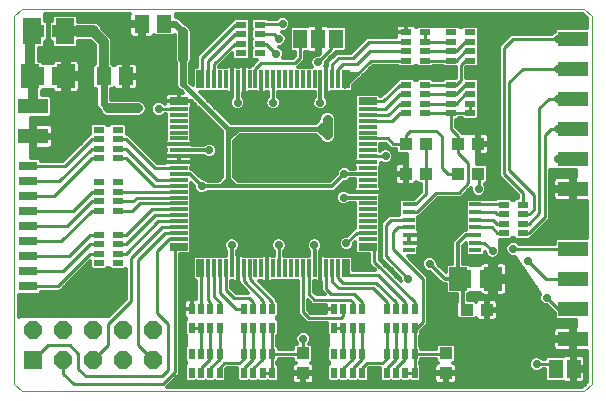
<source format=gtl>
G75*
%MOIN*%
%OFA0B0*%
%FSLAX25Y25*%
%IPPOS*%
%LPD*%
%AMOC8*
5,1,8,0,0,1.08239X$1,22.5*
%
%ADD10C,0.00000*%
%ADD11R,0.10000X0.05000*%
%ADD12R,0.05906X0.07874*%
%ADD13R,0.04331X0.03937*%
%ADD14R,0.05118X0.05906*%
%ADD15R,0.06299X0.03150*%
%ADD16R,0.03937X0.04331*%
%ADD17R,0.06299X0.08661*%
%ADD18R,0.03543X0.01969*%
%ADD19R,0.05906X0.02520*%
%ADD20R,0.05906X0.01260*%
%ADD21R,0.02520X0.05906*%
%ADD22R,0.01260X0.05906*%
%ADD23R,0.03937X0.01378*%
%ADD24R,0.01969X0.03543*%
%ADD25R,0.04600X0.06300*%
%ADD26C,0.01200*%
%ADD27C,0.03562*%
%ADD28C,0.02775*%
%ADD29OC8,0.05906*%
%ADD30C,0.03200*%
%ADD31C,0.01600*%
%ADD32C,0.01400*%
%ADD33C,0.03169*%
%ADD34C,0.04000*%
%ADD35C,0.02400*%
%ADD36C,0.00600*%
%ADD37C,0.01000*%
%ADD38R,0.05906X0.05906*%
D10*
X0007850Y0004100D02*
X0005350Y0006600D01*
X0005350Y0129100D01*
X0007850Y0131600D01*
X0195350Y0131600D01*
X0197850Y0129100D01*
X0197850Y0006600D01*
X0195350Y0004100D01*
X0007850Y0004100D01*
D11*
X0011600Y0089100D03*
X0011600Y0099100D03*
X0191600Y0101600D03*
X0191600Y0091600D03*
X0191600Y0081600D03*
X0191600Y0071600D03*
X0191600Y0051600D03*
X0191600Y0041600D03*
X0191600Y0031600D03*
X0191600Y0021600D03*
X0191600Y0111600D03*
X0191600Y0121600D03*
D12*
X0165006Y0041600D03*
X0153194Y0041600D03*
X0022506Y0109100D03*
X0010694Y0109100D03*
D13*
X0101600Y0016821D03*
X0101600Y0010129D03*
X0149100Y0010129D03*
X0149100Y0016821D03*
X0156066Y0031287D03*
X0162759Y0031287D03*
D14*
X0162840Y0041600D03*
X0155360Y0041600D03*
X0042528Y0109100D03*
X0035047Y0109100D03*
X0020340Y0109100D03*
X0012860Y0109100D03*
X0047860Y0126600D03*
X0055340Y0126600D03*
D15*
X0009725Y0079100D03*
X0009725Y0074100D03*
X0009725Y0069100D03*
X0009725Y0064100D03*
X0009725Y0059100D03*
X0009725Y0054100D03*
X0009725Y0049100D03*
X0009725Y0044100D03*
X0009725Y0039100D03*
D16*
X0013254Y0124100D03*
X0019946Y0124100D03*
X0135754Y0086600D03*
X0142446Y0086600D03*
X0153254Y0086600D03*
X0159946Y0086600D03*
X0159946Y0076600D03*
X0153254Y0076600D03*
X0142446Y0076600D03*
X0135754Y0076600D03*
D17*
X0022112Y0124100D03*
X0011088Y0124100D03*
D18*
X0033450Y0091324D03*
X0033450Y0088175D03*
X0033450Y0085025D03*
X0033450Y0081876D03*
X0039750Y0081876D03*
X0039750Y0085025D03*
X0039750Y0088175D03*
X0039750Y0091324D03*
X0039750Y0073824D03*
X0039750Y0070675D03*
X0039750Y0067525D03*
X0039750Y0064376D03*
X0033450Y0064376D03*
X0033450Y0067525D03*
X0033450Y0070675D03*
X0033450Y0073824D03*
X0033450Y0056324D03*
X0033450Y0053175D03*
X0033450Y0050025D03*
X0033450Y0046876D03*
X0039750Y0046876D03*
X0039750Y0050025D03*
X0039750Y0053175D03*
X0039750Y0056324D03*
X0080950Y0116876D03*
X0080950Y0120025D03*
X0080950Y0123175D03*
X0080950Y0126324D03*
X0087250Y0126324D03*
X0087250Y0123175D03*
X0087250Y0120025D03*
X0087250Y0116876D03*
X0135950Y0117525D03*
X0135950Y0120675D03*
X0135950Y0123824D03*
X0142250Y0123824D03*
X0142250Y0120675D03*
X0142250Y0117525D03*
X0142250Y0114376D03*
X0135950Y0114376D03*
X0135950Y0106324D03*
X0135950Y0103175D03*
X0135950Y0100025D03*
X0135950Y0096876D03*
X0142250Y0096876D03*
X0142250Y0100025D03*
X0142250Y0103175D03*
X0142250Y0106324D03*
X0150950Y0106324D03*
X0150950Y0103175D03*
X0150950Y0100025D03*
X0150950Y0096876D03*
X0157250Y0096876D03*
X0157250Y0100025D03*
X0157250Y0103175D03*
X0157250Y0106324D03*
X0157250Y0114376D03*
X0157250Y0117525D03*
X0157250Y0120675D03*
X0157250Y0123824D03*
X0150950Y0123824D03*
X0150950Y0120675D03*
X0150950Y0117525D03*
X0150950Y0114376D03*
X0168450Y0066324D03*
X0168450Y0063175D03*
X0168450Y0060025D03*
X0168450Y0056876D03*
X0174750Y0056876D03*
X0174750Y0060025D03*
X0174750Y0063175D03*
X0174750Y0066324D03*
D19*
X0123096Y0052348D03*
X0060104Y0052348D03*
X0060104Y0100852D03*
X0123096Y0100852D03*
D20*
X0123096Y0098254D03*
X0123096Y0096285D03*
X0123096Y0094317D03*
X0123096Y0092348D03*
X0123096Y0090380D03*
X0123096Y0088411D03*
X0123096Y0086443D03*
X0123096Y0084474D03*
X0123096Y0082506D03*
X0123096Y0080537D03*
X0123096Y0078569D03*
X0123096Y0076600D03*
X0123096Y0074631D03*
X0123096Y0072663D03*
X0123096Y0070694D03*
X0123096Y0068726D03*
X0123096Y0066757D03*
X0123096Y0064789D03*
X0123096Y0062820D03*
X0123096Y0060852D03*
X0123096Y0058883D03*
X0123096Y0056915D03*
X0123096Y0054946D03*
X0060104Y0054946D03*
X0060104Y0056915D03*
X0060104Y0058883D03*
X0060104Y0060852D03*
X0060104Y0062820D03*
X0060104Y0064789D03*
X0060104Y0066757D03*
X0060104Y0068726D03*
X0060104Y0070694D03*
X0060104Y0072663D03*
X0060104Y0074631D03*
X0060104Y0076600D03*
X0060104Y0078569D03*
X0060104Y0080537D03*
X0060104Y0082506D03*
X0060104Y0084474D03*
X0060104Y0086443D03*
X0060104Y0088411D03*
X0060104Y0090380D03*
X0060104Y0092348D03*
X0060104Y0094317D03*
X0060104Y0096285D03*
X0060104Y0098254D03*
D21*
X0067348Y0108096D03*
X0115852Y0108096D03*
X0115852Y0045104D03*
X0067348Y0045104D03*
D22*
X0069946Y0045104D03*
X0071915Y0045104D03*
X0073883Y0045104D03*
X0075852Y0045104D03*
X0077820Y0045104D03*
X0079789Y0045104D03*
X0081757Y0045104D03*
X0083726Y0045104D03*
X0085694Y0045104D03*
X0087663Y0045104D03*
X0089631Y0045104D03*
X0091600Y0045104D03*
X0093569Y0045104D03*
X0095537Y0045104D03*
X0097506Y0045104D03*
X0099474Y0045104D03*
X0101443Y0045104D03*
X0103411Y0045104D03*
X0105380Y0045104D03*
X0107348Y0045104D03*
X0109317Y0045104D03*
X0111285Y0045104D03*
X0113254Y0045104D03*
X0113254Y0108096D03*
X0111285Y0108096D03*
X0109317Y0108096D03*
X0107348Y0108096D03*
X0105380Y0108096D03*
X0103411Y0108096D03*
X0101443Y0108096D03*
X0099474Y0108096D03*
X0097506Y0108096D03*
X0095537Y0108096D03*
X0093569Y0108096D03*
X0091600Y0108096D03*
X0089631Y0108096D03*
X0087663Y0108096D03*
X0085694Y0108096D03*
X0083726Y0108096D03*
X0081757Y0108096D03*
X0079789Y0108096D03*
X0077820Y0108096D03*
X0075852Y0108096D03*
X0073883Y0108096D03*
X0071915Y0108096D03*
X0069946Y0108096D03*
D23*
X0136728Y0066465D03*
X0136728Y0063906D03*
X0136728Y0061347D03*
X0136728Y0058787D03*
X0136728Y0056228D03*
X0136728Y0053669D03*
X0136728Y0051110D03*
X0158972Y0051110D03*
X0158972Y0053669D03*
X0158972Y0056228D03*
X0158972Y0058787D03*
X0158972Y0061347D03*
X0158972Y0063906D03*
X0158972Y0066465D03*
D24*
X0138824Y0031625D03*
X0135675Y0031625D03*
X0132525Y0031625D03*
X0129376Y0031625D03*
X0129376Y0025325D03*
X0132525Y0025325D03*
X0135675Y0025325D03*
X0138824Y0025325D03*
X0138824Y0016625D03*
X0135675Y0016625D03*
X0132525Y0016625D03*
X0129376Y0016625D03*
X0121324Y0016625D03*
X0118175Y0016625D03*
X0115025Y0016625D03*
X0111876Y0016625D03*
X0111876Y0010325D03*
X0115025Y0010325D03*
X0118175Y0010325D03*
X0121324Y0010325D03*
X0129376Y0010325D03*
X0132525Y0010325D03*
X0135675Y0010325D03*
X0138824Y0010325D03*
X0121324Y0025325D03*
X0118175Y0025325D03*
X0115025Y0025325D03*
X0111876Y0025325D03*
X0111876Y0031625D03*
X0115025Y0031625D03*
X0118175Y0031625D03*
X0121324Y0031625D03*
X0091324Y0031625D03*
X0088175Y0031625D03*
X0085025Y0031625D03*
X0081876Y0031625D03*
X0081876Y0025325D03*
X0085025Y0025325D03*
X0088175Y0025325D03*
X0091324Y0025325D03*
X0091324Y0016625D03*
X0088175Y0016625D03*
X0085025Y0016625D03*
X0081876Y0016625D03*
X0073824Y0016625D03*
X0070675Y0016625D03*
X0067525Y0016625D03*
X0064376Y0016625D03*
X0064376Y0010325D03*
X0067525Y0010325D03*
X0070675Y0010325D03*
X0073824Y0010325D03*
X0081876Y0010325D03*
X0085025Y0010325D03*
X0088175Y0010325D03*
X0091324Y0010325D03*
X0073824Y0025325D03*
X0070675Y0025325D03*
X0067525Y0025325D03*
X0064376Y0025325D03*
X0064376Y0031625D03*
X0067525Y0031625D03*
X0070675Y0031625D03*
X0073824Y0031625D03*
D25*
X0185787Y0011600D03*
X0191787Y0011600D03*
X0112600Y0121600D03*
X0106600Y0121600D03*
X0100600Y0121600D03*
D26*
X0097100Y0121451D02*
X0096062Y0121451D01*
X0096062Y0121085D02*
X0096062Y0122115D01*
X0095668Y0123066D01*
X0094941Y0123793D01*
X0094412Y0124013D01*
X0095240Y0124013D01*
X0096191Y0124407D01*
X0096918Y0125134D01*
X0097312Y0126085D01*
X0097312Y0127115D01*
X0096918Y0128066D01*
X0096191Y0128793D01*
X0095240Y0129187D01*
X0094210Y0129187D01*
X0093259Y0128793D01*
X0092766Y0128300D01*
X0089727Y0128300D01*
X0089518Y0128509D01*
X0084981Y0128509D01*
X0084278Y0127806D01*
X0084278Y0124843D01*
X0084371Y0124750D01*
X0084278Y0124656D01*
X0084278Y0121693D01*
X0084371Y0121600D01*
X0084278Y0121506D01*
X0084278Y0118544D01*
X0084371Y0118450D01*
X0084278Y0118357D01*
X0084278Y0115394D01*
X0084981Y0114691D01*
X0086350Y0114691D01*
X0084990Y0113332D01*
X0083994Y0112336D01*
X0083994Y0112249D01*
X0083450Y0112249D01*
X0083370Y0112329D01*
X0083005Y0112540D01*
X0082598Y0112649D01*
X0081758Y0112649D01*
X0081758Y0108096D01*
X0081758Y0103543D01*
X0082598Y0103543D01*
X0083005Y0103652D01*
X0083370Y0103863D01*
X0083450Y0103943D01*
X0085970Y0103943D01*
X0086051Y0103863D01*
X0086415Y0103652D01*
X0086822Y0103543D01*
X0087663Y0103543D01*
X0088504Y0103543D01*
X0088910Y0103652D01*
X0089275Y0103863D01*
X0089356Y0103943D01*
X0089900Y0103943D01*
X0089900Y0102309D01*
X0089407Y0101816D01*
X0089013Y0100865D01*
X0089013Y0099835D01*
X0089407Y0098884D01*
X0090134Y0098157D01*
X0091085Y0097763D01*
X0092115Y0097763D01*
X0093066Y0098157D01*
X0093793Y0098884D01*
X0094187Y0099835D01*
X0094187Y0100865D01*
X0093793Y0101816D01*
X0093300Y0102309D01*
X0093300Y0103943D01*
X0105548Y0103943D01*
X0105548Y0102332D01*
X0105032Y0101816D01*
X0104638Y0100865D01*
X0104638Y0099835D01*
X0105032Y0098884D01*
X0105759Y0098157D01*
X0106710Y0097763D01*
X0107740Y0097763D01*
X0108691Y0098157D01*
X0109418Y0098884D01*
X0109812Y0099835D01*
X0109812Y0100865D01*
X0109418Y0101816D01*
X0109148Y0102086D01*
X0109148Y0103543D01*
X0109316Y0103543D01*
X0109316Y0108096D01*
X0109317Y0108096D01*
X0109317Y0103543D01*
X0110157Y0103543D01*
X0110564Y0103652D01*
X0110929Y0103863D01*
X0111009Y0103943D01*
X0117609Y0103943D01*
X0118312Y0104646D01*
X0118312Y0106220D01*
X0120742Y0108650D01*
X0121737Y0109646D01*
X0124767Y0112676D01*
X0133197Y0112676D01*
X0133682Y0112191D01*
X0138219Y0112191D01*
X0138715Y0112687D01*
X0139485Y0112687D01*
X0139981Y0112191D01*
X0144518Y0112191D01*
X0145003Y0112676D01*
X0148197Y0112676D01*
X0148682Y0112191D01*
X0152400Y0112191D01*
X0152400Y0108554D01*
X0152354Y0108509D01*
X0148682Y0108509D01*
X0148197Y0108024D01*
X0145003Y0108024D01*
X0144518Y0108509D01*
X0139981Y0108509D01*
X0139485Y0108012D01*
X0138715Y0108012D01*
X0138219Y0108509D01*
X0133682Y0108509D01*
X0133197Y0108024D01*
X0133120Y0108024D01*
X0132124Y0107029D01*
X0127648Y0102552D01*
X0127249Y0102552D01*
X0127249Y0102609D01*
X0126546Y0103312D01*
X0119646Y0103312D01*
X0118943Y0102609D01*
X0118943Y0082230D01*
X0118863Y0082149D01*
X0118652Y0081784D01*
X0118543Y0081378D01*
X0118543Y0080537D01*
X0118543Y0079696D01*
X0118652Y0079290D01*
X0118863Y0078925D01*
X0118943Y0078844D01*
X0118943Y0078400D01*
X0117209Y0078400D01*
X0116816Y0078793D01*
X0115865Y0079187D01*
X0114835Y0079187D01*
X0113884Y0078793D01*
X0113157Y0078066D01*
X0112763Y0077115D01*
X0112763Y0076558D01*
X0110542Y0074337D01*
X0079846Y0074337D01*
X0078600Y0075583D01*
X0078600Y0087647D01*
X0080553Y0089600D01*
X0105772Y0089600D01*
X0107214Y0088157D01*
X0107351Y0087826D01*
X0108139Y0087039D01*
X0109168Y0086612D01*
X0110282Y0086612D01*
X0111311Y0087039D01*
X0112099Y0087826D01*
X0112525Y0088856D01*
X0112525Y0095282D01*
X0112099Y0096311D01*
X0111311Y0097099D01*
X0110282Y0097525D01*
X0109168Y0097525D01*
X0108139Y0097099D01*
X0107351Y0096311D01*
X0106925Y0095282D01*
X0106925Y0094753D01*
X0105772Y0093600D01*
X0077428Y0093600D01*
X0067085Y0103943D01*
X0076128Y0103943D01*
X0076208Y0103863D01*
X0076573Y0103652D01*
X0076980Y0103543D01*
X0077820Y0103543D01*
X0077820Y0108096D01*
X0077821Y0108096D01*
X0077821Y0103543D01*
X0077989Y0103543D01*
X0077989Y0102273D01*
X0077532Y0101816D01*
X0077138Y0100865D01*
X0077138Y0099835D01*
X0077532Y0098884D01*
X0078259Y0098157D01*
X0079210Y0097763D01*
X0080240Y0097763D01*
X0081191Y0098157D01*
X0081918Y0098884D01*
X0082312Y0099835D01*
X0082312Y0100865D01*
X0081918Y0101816D01*
X0081589Y0102145D01*
X0081589Y0103543D01*
X0081757Y0103543D01*
X0081757Y0108096D01*
X0081758Y0108096D01*
X0081757Y0108096D01*
X0081757Y0112649D01*
X0080917Y0112649D01*
X0080510Y0112540D01*
X0080145Y0112329D01*
X0080065Y0112249D01*
X0079513Y0112249D01*
X0079433Y0112329D01*
X0079068Y0112540D01*
X0078661Y0112649D01*
X0077821Y0112649D01*
X0077821Y0108096D01*
X0077820Y0108096D01*
X0077820Y0112649D01*
X0076980Y0112649D01*
X0076573Y0112540D01*
X0076208Y0112329D01*
X0076128Y0112249D01*
X0073615Y0112249D01*
X0073615Y0112461D01*
X0077979Y0116825D01*
X0077979Y0115394D01*
X0078682Y0114691D01*
X0083219Y0114691D01*
X0083922Y0115394D01*
X0083922Y0118357D01*
X0083829Y0118450D01*
X0083922Y0118544D01*
X0083922Y0121506D01*
X0083829Y0121600D01*
X0083922Y0121693D01*
X0083922Y0124656D01*
X0083829Y0124750D01*
X0083922Y0124843D01*
X0083922Y0127806D01*
X0083219Y0128509D01*
X0078682Y0128509D01*
X0078197Y0128024D01*
X0078120Y0128024D01*
X0077124Y0127029D01*
X0066150Y0116054D01*
X0066150Y0112249D01*
X0065591Y0112249D01*
X0064888Y0111546D01*
X0064888Y0106140D01*
X0064000Y0107028D01*
X0064000Y0113515D01*
X0064400Y0114481D01*
X0064400Y0124344D01*
X0063974Y0125374D01*
X0063186Y0126161D01*
X0062220Y0126561D01*
X0060147Y0128635D01*
X0059265Y0129000D01*
X0059099Y0129000D01*
X0059099Y0130000D01*
X0194687Y0130000D01*
X0196250Y0128437D01*
X0196250Y0125300D01*
X0186103Y0125300D01*
X0185400Y0124597D01*
X0185400Y0123904D01*
X0185134Y0123793D01*
X0184641Y0123300D01*
X0170896Y0123300D01*
X0169900Y0122304D01*
X0167771Y0120175D01*
X0166775Y0119179D01*
X0166775Y0075896D01*
X0167771Y0074900D01*
X0173050Y0069621D01*
X0173050Y0068509D01*
X0172481Y0068509D01*
X0171985Y0068012D01*
X0171215Y0068012D01*
X0170719Y0068509D01*
X0166182Y0068509D01*
X0165838Y0068165D01*
X0161627Y0068165D01*
X0161438Y0068354D01*
X0156506Y0068354D01*
X0155804Y0067651D01*
X0155804Y0065279D01*
X0155897Y0065185D01*
X0155804Y0065092D01*
X0155804Y0062720D01*
X0155897Y0062626D01*
X0155804Y0062533D01*
X0155804Y0060161D01*
X0155897Y0060067D01*
X0155804Y0059974D01*
X0155804Y0058028D01*
X0155170Y0058028D01*
X0152417Y0055275D01*
X0151363Y0054221D01*
X0151363Y0046737D01*
X0149745Y0046737D01*
X0149042Y0046034D01*
X0149042Y0043891D01*
X0146375Y0046558D01*
X0146375Y0047115D01*
X0145981Y0048066D01*
X0145253Y0048793D01*
X0144302Y0049187D01*
X0143273Y0049187D01*
X0142322Y0048793D01*
X0141594Y0048066D01*
X0141200Y0047115D01*
X0141200Y0046085D01*
X0141594Y0045134D01*
X0142322Y0044407D01*
X0143273Y0044013D01*
X0143829Y0044013D01*
X0146988Y0040854D01*
X0148042Y0039800D01*
X0149042Y0039800D01*
X0149042Y0037166D01*
X0149745Y0036463D01*
X0152825Y0036463D01*
X0152825Y0033877D01*
X0152701Y0033753D01*
X0152701Y0028822D01*
X0153404Y0028119D01*
X0158728Y0028119D01*
X0159179Y0028569D01*
X0159313Y0028337D01*
X0159611Y0028039D01*
X0159976Y0027828D01*
X0160383Y0027719D01*
X0162375Y0027719D01*
X0162375Y0030903D01*
X0163143Y0030903D01*
X0163143Y0027719D01*
X0165135Y0027719D01*
X0165542Y0027828D01*
X0165907Y0028039D01*
X0166205Y0028337D01*
X0166415Y0028701D01*
X0166524Y0029108D01*
X0166524Y0030903D01*
X0163143Y0030903D01*
X0163143Y0031672D01*
X0162375Y0031672D01*
X0162375Y0034856D01*
X0160383Y0034856D01*
X0159976Y0034747D01*
X0159611Y0034536D01*
X0159313Y0034238D01*
X0159179Y0034006D01*
X0158728Y0034456D01*
X0156625Y0034456D01*
X0156625Y0036463D01*
X0156644Y0036463D01*
X0157244Y0037063D01*
X0160014Y0037063D01*
X0160070Y0037047D01*
X0160561Y0037047D01*
X0160562Y0037045D01*
X0160772Y0036681D01*
X0161070Y0036383D01*
X0161435Y0036172D01*
X0161842Y0036063D01*
X0164406Y0036063D01*
X0164406Y0037047D01*
X0165605Y0037047D01*
X0165605Y0036063D01*
X0168169Y0036063D01*
X0168576Y0036172D01*
X0168941Y0036383D01*
X0169239Y0036681D01*
X0169449Y0037045D01*
X0169558Y0037452D01*
X0169558Y0041000D01*
X0165606Y0041000D01*
X0165606Y0042200D01*
X0169558Y0042200D01*
X0169558Y0045748D01*
X0169449Y0046155D01*
X0169239Y0046519D01*
X0168941Y0046817D01*
X0168576Y0047028D01*
X0168169Y0047137D01*
X0165605Y0047137D01*
X0165605Y0046153D01*
X0164406Y0046153D01*
X0164406Y0047137D01*
X0161842Y0047137D01*
X0161435Y0047028D01*
X0161070Y0046817D01*
X0160772Y0046519D01*
X0160562Y0046155D01*
X0160561Y0046153D01*
X0160070Y0046153D01*
X0160014Y0046137D01*
X0157244Y0046137D01*
X0156644Y0046737D01*
X0154962Y0046737D01*
X0154962Y0052729D01*
X0155804Y0053570D01*
X0155804Y0052483D01*
X0155897Y0052390D01*
X0155804Y0052296D01*
X0155804Y0049924D01*
X0156506Y0049221D01*
X0161438Y0049221D01*
X0162141Y0049924D01*
X0162141Y0050453D01*
X0162532Y0049509D01*
X0163259Y0048782D01*
X0164210Y0048388D01*
X0165240Y0048388D01*
X0166191Y0048782D01*
X0166918Y0049509D01*
X0167312Y0050460D01*
X0167312Y0051490D01*
X0167075Y0052063D01*
X0167075Y0054691D01*
X0170719Y0054691D01*
X0171215Y0055187D01*
X0171985Y0055187D01*
X0172481Y0054691D01*
X0177018Y0054691D01*
X0177503Y0055176D01*
X0177580Y0055176D01*
X0183925Y0061521D01*
X0183925Y0078000D01*
X0186003Y0078000D01*
X0186103Y0077900D01*
X0192375Y0077900D01*
X0192375Y0075700D01*
X0192200Y0075700D01*
X0192200Y0072200D01*
X0191000Y0072200D01*
X0191000Y0075700D01*
X0186389Y0075700D01*
X0185982Y0075591D01*
X0185618Y0075380D01*
X0185320Y0075082D01*
X0185109Y0074718D01*
X0185000Y0074311D01*
X0185000Y0072200D01*
X0191000Y0072200D01*
X0191000Y0071000D01*
X0192200Y0071000D01*
X0192200Y0067500D01*
X0196250Y0067500D01*
X0196250Y0055300D01*
X0186103Y0055300D01*
X0185400Y0054597D01*
X0185400Y0053300D01*
X0173559Y0053300D01*
X0173066Y0053793D01*
X0172115Y0054187D01*
X0171085Y0054187D01*
X0170134Y0053793D01*
X0169407Y0053066D01*
X0169013Y0052115D01*
X0169013Y0051085D01*
X0169407Y0050134D01*
X0170134Y0049407D01*
X0171085Y0049013D01*
X0172053Y0049013D01*
X0180597Y0036672D01*
X0180263Y0035865D01*
X0180263Y0034835D01*
X0180657Y0033884D01*
X0181384Y0033157D01*
X0182335Y0032763D01*
X0183033Y0032763D01*
X0185400Y0030396D01*
X0185400Y0028603D01*
X0186103Y0027900D01*
X0192375Y0027900D01*
X0192375Y0025700D01*
X0192200Y0025700D01*
X0192200Y0022200D01*
X0191000Y0022200D01*
X0191000Y0025700D01*
X0186389Y0025700D01*
X0185982Y0025591D01*
X0185618Y0025380D01*
X0185320Y0025082D01*
X0185109Y0024718D01*
X0185000Y0024311D01*
X0185000Y0022200D01*
X0191000Y0022200D01*
X0191000Y0021000D01*
X0192200Y0021000D01*
X0192200Y0017500D01*
X0196250Y0017500D01*
X0196250Y0007263D01*
X0194687Y0005700D01*
X0056229Y0005700D01*
X0056425Y0005896D01*
X0060487Y0009958D01*
X0060487Y0049888D01*
X0063554Y0049888D01*
X0064257Y0050591D01*
X0064257Y0073585D01*
X0065263Y0072579D01*
X0065263Y0072023D01*
X0065657Y0071072D01*
X0066384Y0070344D01*
X0067335Y0069950D01*
X0068365Y0069950D01*
X0069316Y0070344D01*
X0069709Y0070738D01*
X0112033Y0070738D01*
X0113087Y0071792D01*
X0115308Y0074013D01*
X0115865Y0074013D01*
X0116816Y0074407D01*
X0117209Y0074800D01*
X0118943Y0074800D01*
X0118943Y0072387D01*
X0118863Y0072307D01*
X0118652Y0071942D01*
X0118543Y0071535D01*
X0118543Y0070695D01*
X0123096Y0070695D01*
X0123096Y0070694D01*
X0118543Y0070694D01*
X0118543Y0070526D01*
X0116897Y0070526D01*
X0116503Y0070919D01*
X0115552Y0071313D01*
X0114523Y0071313D01*
X0113572Y0070919D01*
X0112844Y0070192D01*
X0112450Y0069241D01*
X0112450Y0068211D01*
X0112844Y0067260D01*
X0113572Y0066532D01*
X0114523Y0066139D01*
X0115552Y0066139D01*
X0116503Y0066532D01*
X0116897Y0066926D01*
X0118943Y0066926D01*
X0118943Y0058615D01*
X0118711Y0058615D01*
X0116158Y0056062D01*
X0115460Y0056062D01*
X0114509Y0055668D01*
X0113782Y0054941D01*
X0113388Y0053990D01*
X0113388Y0052960D01*
X0113782Y0052009D01*
X0114509Y0051282D01*
X0115460Y0050888D01*
X0116490Y0050888D01*
X0117441Y0051282D01*
X0118168Y0052009D01*
X0118562Y0052960D01*
X0118562Y0053658D01*
X0118943Y0054039D01*
X0118943Y0050591D01*
X0119646Y0049888D01*
X0123650Y0049888D01*
X0123650Y0046521D01*
X0125621Y0044550D01*
X0118312Y0044550D01*
X0118312Y0048554D01*
X0117609Y0049257D01*
X0109041Y0049257D01*
X0108960Y0049337D01*
X0108596Y0049548D01*
X0108189Y0049657D01*
X0107348Y0049657D01*
X0107187Y0049657D01*
X0107180Y0050331D01*
X0107180Y0051020D01*
X0107543Y0051384D01*
X0107937Y0052335D01*
X0107937Y0053365D01*
X0107543Y0054316D01*
X0106816Y0055043D01*
X0105865Y0055437D01*
X0104835Y0055437D01*
X0103884Y0055043D01*
X0103157Y0054316D01*
X0102763Y0053365D01*
X0102763Y0052335D01*
X0103157Y0051384D01*
X0103572Y0050969D01*
X0103580Y0050310D01*
X0103580Y0049257D01*
X0095268Y0049257D01*
X0095268Y0050984D01*
X0095668Y0051384D01*
X0096062Y0052335D01*
X0096062Y0053365D01*
X0095668Y0054316D01*
X0094941Y0055043D01*
X0093990Y0055437D01*
X0092960Y0055437D01*
X0092009Y0055043D01*
X0091282Y0054316D01*
X0090888Y0053365D01*
X0090888Y0052335D01*
X0091282Y0051384D01*
X0091869Y0050797D01*
X0091869Y0049257D01*
X0091324Y0049257D01*
X0091244Y0049337D01*
X0090879Y0049548D01*
X0090472Y0049657D01*
X0089632Y0049657D01*
X0089632Y0045104D01*
X0089631Y0045104D01*
X0089631Y0049657D01*
X0088791Y0049657D01*
X0088384Y0049548D01*
X0088019Y0049337D01*
X0087939Y0049257D01*
X0081482Y0049257D01*
X0081401Y0049337D01*
X0081036Y0049548D01*
X0080630Y0049657D01*
X0079789Y0049657D01*
X0079620Y0049657D01*
X0079620Y0050310D01*
X0079628Y0050969D01*
X0080043Y0051384D01*
X0080437Y0052335D01*
X0080437Y0053365D01*
X0080043Y0054316D01*
X0079316Y0055043D01*
X0078365Y0055437D01*
X0077335Y0055437D01*
X0076384Y0055043D01*
X0075657Y0054316D01*
X0075263Y0053365D01*
X0075263Y0052335D01*
X0075657Y0051384D01*
X0076020Y0051020D01*
X0076020Y0050331D01*
X0076012Y0049596D01*
X0076020Y0049587D01*
X0076020Y0049257D01*
X0065591Y0049257D01*
X0064888Y0048554D01*
X0064888Y0041654D01*
X0065591Y0040951D01*
X0065825Y0040951D01*
X0065825Y0034928D01*
X0065570Y0034996D01*
X0064376Y0034996D01*
X0064376Y0031625D01*
X0064376Y0031625D01*
X0064376Y0034996D01*
X0063181Y0034996D01*
X0062774Y0034887D01*
X0062409Y0034677D01*
X0062111Y0034379D01*
X0061900Y0034014D01*
X0061791Y0033607D01*
X0061791Y0031625D01*
X0064375Y0031625D01*
X0064375Y0031625D01*
X0061791Y0031625D01*
X0061791Y0029642D01*
X0061900Y0029235D01*
X0062111Y0028871D01*
X0062409Y0028573D01*
X0062687Y0028412D01*
X0062687Y0028090D01*
X0062191Y0027594D01*
X0062191Y0023057D01*
X0062375Y0022873D01*
X0062375Y0019077D01*
X0062191Y0018893D01*
X0062191Y0014356D01*
X0062687Y0013860D01*
X0062687Y0013090D01*
X0062191Y0012594D01*
X0062191Y0008057D01*
X0062894Y0007354D01*
X0065857Y0007354D01*
X0065950Y0007447D01*
X0066044Y0007354D01*
X0069006Y0007354D01*
X0069100Y0007447D01*
X0069193Y0007354D01*
X0072156Y0007354D01*
X0072250Y0007447D01*
X0072343Y0007354D01*
X0075306Y0007354D01*
X0076009Y0008057D01*
X0076009Y0011729D01*
X0076054Y0011775D01*
X0079691Y0011775D01*
X0079691Y0008057D01*
X0080394Y0007354D01*
X0083357Y0007354D01*
X0083450Y0007447D01*
X0083544Y0007354D01*
X0086506Y0007354D01*
X0086600Y0007447D01*
X0086693Y0007354D01*
X0089656Y0007354D01*
X0089750Y0007447D01*
X0089843Y0007354D01*
X0092806Y0007354D01*
X0093509Y0008057D01*
X0093509Y0012594D01*
X0093024Y0013078D01*
X0093024Y0013872D01*
X0093509Y0014356D01*
X0093509Y0014925D01*
X0098235Y0014925D01*
X0098235Y0014356D01*
X0098938Y0013653D01*
X0099059Y0013653D01*
X0098817Y0013588D01*
X0098452Y0013377D01*
X0098154Y0013079D01*
X0097944Y0012715D01*
X0097835Y0012308D01*
X0097835Y0010513D01*
X0101216Y0010513D01*
X0101216Y0009744D01*
X0101984Y0009744D01*
X0101984Y0006560D01*
X0103976Y0006560D01*
X0104383Y0006669D01*
X0104748Y0006880D01*
X0105046Y0007178D01*
X0105256Y0007542D01*
X0105365Y0007949D01*
X0105365Y0009744D01*
X0101984Y0009744D01*
X0101984Y0010513D01*
X0105365Y0010513D01*
X0105365Y0012308D01*
X0105256Y0012715D01*
X0105046Y0013079D01*
X0104748Y0013377D01*
X0104383Y0013588D01*
X0104140Y0013653D01*
X0104262Y0013653D01*
X0104965Y0014356D01*
X0104965Y0019287D01*
X0104262Y0019990D01*
X0103649Y0019990D01*
X0103793Y0020134D01*
X0104187Y0021085D01*
X0104187Y0022115D01*
X0103793Y0023066D01*
X0103066Y0023793D01*
X0102115Y0024187D01*
X0101085Y0024187D01*
X0100134Y0023793D01*
X0099407Y0023066D01*
X0099013Y0022115D01*
X0099013Y0021085D01*
X0099407Y0020134D01*
X0099551Y0019990D01*
X0098938Y0019990D01*
X0098235Y0019287D01*
X0098235Y0018325D01*
X0093509Y0018325D01*
X0093509Y0018893D01*
X0093024Y0019378D01*
X0093024Y0022572D01*
X0093509Y0023057D01*
X0093509Y0027594D01*
X0093012Y0028090D01*
X0093012Y0028860D01*
X0093509Y0029356D01*
X0093509Y0033893D01*
X0093024Y0034378D01*
X0093024Y0034767D01*
X0092029Y0035763D01*
X0086840Y0040951D01*
X0087939Y0040951D01*
X0088019Y0040871D01*
X0088384Y0040660D01*
X0088791Y0040551D01*
X0089631Y0040551D01*
X0089631Y0045104D01*
X0089632Y0045104D01*
X0089632Y0040551D01*
X0090472Y0040551D01*
X0090879Y0040660D01*
X0091244Y0040871D01*
X0091324Y0040951D01*
X0099743Y0040951D01*
X0099743Y0029803D01*
X0100738Y0028807D01*
X0102771Y0026775D01*
X0109691Y0026775D01*
X0109691Y0023057D01*
X0109875Y0022873D01*
X0109875Y0019077D01*
X0109691Y0018893D01*
X0109691Y0014356D01*
X0110187Y0013860D01*
X0110187Y0013090D01*
X0109691Y0012594D01*
X0109691Y0008057D01*
X0110394Y0007354D01*
X0113357Y0007354D01*
X0113450Y0007447D01*
X0113544Y0007354D01*
X0116506Y0007354D01*
X0116600Y0007447D01*
X0116693Y0007354D01*
X0119656Y0007354D01*
X0119750Y0007447D01*
X0119843Y0007354D01*
X0122806Y0007354D01*
X0123509Y0008057D01*
X0123509Y0011729D01*
X0123554Y0011775D01*
X0127191Y0011775D01*
X0127191Y0008057D01*
X0127894Y0007354D01*
X0130857Y0007354D01*
X0130950Y0007447D01*
X0131044Y0007354D01*
X0134006Y0007354D01*
X0134100Y0007447D01*
X0134193Y0007354D01*
X0137156Y0007354D01*
X0137250Y0007447D01*
X0137343Y0007354D01*
X0140306Y0007354D01*
X0141009Y0008057D01*
X0141009Y0012594D01*
X0140524Y0013078D01*
X0140524Y0013872D01*
X0141009Y0014356D01*
X0141009Y0014925D01*
X0145735Y0014925D01*
X0145735Y0014356D01*
X0146438Y0013653D01*
X0146559Y0013653D01*
X0146317Y0013588D01*
X0145952Y0013377D01*
X0145654Y0013079D01*
X0145444Y0012715D01*
X0145335Y0012308D01*
X0145335Y0010513D01*
X0148716Y0010513D01*
X0148716Y0009744D01*
X0149484Y0009744D01*
X0149484Y0006560D01*
X0151476Y0006560D01*
X0151883Y0006669D01*
X0152248Y0006880D01*
X0152546Y0007178D01*
X0152756Y0007542D01*
X0152865Y0007949D01*
X0152865Y0009744D01*
X0149484Y0009744D01*
X0149484Y0010513D01*
X0152865Y0010513D01*
X0152865Y0012308D01*
X0152756Y0012715D01*
X0152546Y0013079D01*
X0152248Y0013377D01*
X0151883Y0013588D01*
X0151641Y0013653D01*
X0151762Y0013653D01*
X0152465Y0014356D01*
X0152465Y0019287D01*
X0151762Y0019990D01*
X0146438Y0019990D01*
X0145735Y0019287D01*
X0145735Y0018325D01*
X0141009Y0018325D01*
X0141009Y0018893D01*
X0140524Y0019378D01*
X0140524Y0022572D01*
X0141009Y0023057D01*
X0141009Y0024229D01*
X0143300Y0026521D01*
X0143300Y0042304D01*
X0142304Y0043300D01*
X0136383Y0049221D01*
X0139194Y0049221D01*
X0139896Y0049924D01*
X0139896Y0051918D01*
X0139977Y0051998D01*
X0140187Y0052363D01*
X0140296Y0052770D01*
X0140296Y0053669D01*
X0136728Y0053669D01*
X0136728Y0053669D01*
X0140296Y0053669D01*
X0140296Y0054569D01*
X0140195Y0054949D01*
X0140296Y0055329D01*
X0140296Y0056228D01*
X0136728Y0056228D01*
X0136728Y0053670D01*
X0136728Y0053670D01*
X0136728Y0055958D01*
X0136728Y0056228D01*
X0136728Y0056228D01*
X0136728Y0056228D01*
X0140296Y0056228D01*
X0140296Y0057128D01*
X0140187Y0057535D01*
X0139977Y0057900D01*
X0139896Y0057980D01*
X0139896Y0059974D01*
X0139803Y0060067D01*
X0139896Y0060161D01*
X0139896Y0062206D01*
X0140235Y0062206D01*
X0141231Y0063201D01*
X0146679Y0068650D01*
X0154179Y0068650D01*
X0155175Y0069646D01*
X0157450Y0071921D01*
X0157450Y0071085D01*
X0157844Y0070134D01*
X0158572Y0069407D01*
X0159523Y0069013D01*
X0160552Y0069013D01*
X0161503Y0069407D01*
X0162231Y0070134D01*
X0162625Y0071085D01*
X0162625Y0072115D01*
X0162231Y0073066D01*
X0162062Y0073235D01*
X0162412Y0073235D01*
X0163115Y0073938D01*
X0163115Y0079262D01*
X0162412Y0079965D01*
X0159575Y0079965D01*
X0159575Y0086216D01*
X0160331Y0086216D01*
X0160331Y0086984D01*
X0163515Y0086984D01*
X0163515Y0088976D01*
X0163406Y0089383D01*
X0163195Y0089748D01*
X0162897Y0090046D01*
X0162533Y0090256D01*
X0162126Y0090365D01*
X0160331Y0090365D01*
X0160331Y0086984D01*
X0159575Y0086984D01*
X0159575Y0089556D01*
X0159562Y0089568D01*
X0159562Y0090365D01*
X0157767Y0090365D01*
X0157360Y0090256D01*
X0157263Y0090200D01*
X0154894Y0090200D01*
X0154837Y0090142D01*
X0153958Y0091021D01*
X0152650Y0092329D01*
X0152650Y0094691D01*
X0153219Y0094691D01*
X0153703Y0095176D01*
X0154497Y0095176D01*
X0154981Y0094691D01*
X0159518Y0094691D01*
X0160221Y0095394D01*
X0160221Y0098357D01*
X0160128Y0098450D01*
X0160221Y0098544D01*
X0160221Y0101506D01*
X0160128Y0101600D01*
X0160221Y0101693D01*
X0160221Y0104656D01*
X0160128Y0104750D01*
X0160221Y0104843D01*
X0160221Y0107806D01*
X0159518Y0108509D01*
X0155800Y0108509D01*
X0155800Y0112146D01*
X0155845Y0112191D01*
X0159518Y0112191D01*
X0160221Y0112894D01*
X0160221Y0115857D01*
X0160128Y0115950D01*
X0160221Y0116044D01*
X0160221Y0119006D01*
X0160128Y0119100D01*
X0160221Y0119193D01*
X0160221Y0122156D01*
X0160128Y0122250D01*
X0160221Y0122343D01*
X0160221Y0125306D01*
X0159518Y0126009D01*
X0154981Y0126009D01*
X0154485Y0125512D01*
X0153715Y0125512D01*
X0153219Y0126009D01*
X0148682Y0126009D01*
X0148498Y0125825D01*
X0144702Y0125825D01*
X0144518Y0126009D01*
X0139981Y0126009D01*
X0139485Y0125512D01*
X0139163Y0125512D01*
X0139002Y0125791D01*
X0138704Y0126089D01*
X0138340Y0126300D01*
X0137933Y0126409D01*
X0135950Y0126409D01*
X0133968Y0126409D01*
X0133561Y0126300D01*
X0133196Y0126089D01*
X0132898Y0125791D01*
X0132688Y0125426D01*
X0132579Y0125019D01*
X0132579Y0123824D01*
X0132579Y0122630D01*
X0132647Y0122375D01*
X0122783Y0122375D01*
X0117458Y0117050D01*
X0112771Y0117050D01*
X0110581Y0114860D01*
X0109585Y0113864D01*
X0109585Y0112649D01*
X0109317Y0112649D01*
X0109317Y0108096D01*
X0109316Y0108096D01*
X0109316Y0112649D01*
X0108929Y0112649D01*
X0109187Y0113273D01*
X0109187Y0113971D01*
X0112467Y0117250D01*
X0115397Y0117250D01*
X0116100Y0117953D01*
X0116100Y0125247D01*
X0115397Y0125950D01*
X0109963Y0125950D01*
X0109882Y0126030D01*
X0109518Y0126241D01*
X0109111Y0126350D01*
X0107150Y0126350D01*
X0107150Y0122150D01*
X0106050Y0122150D01*
X0106050Y0126350D01*
X0104089Y0126350D01*
X0103682Y0126241D01*
X0103318Y0126030D01*
X0103237Y0125950D01*
X0097803Y0125950D01*
X0097100Y0125247D01*
X0097100Y0117953D01*
X0097803Y0117250D01*
X0098900Y0117250D01*
X0098900Y0115992D01*
X0098083Y0115175D01*
X0094748Y0115175D01*
X0095125Y0116085D01*
X0095125Y0117115D01*
X0094731Y0118066D01*
X0094003Y0118793D01*
X0093474Y0119013D01*
X0093990Y0119013D01*
X0094941Y0119407D01*
X0095668Y0120134D01*
X0096062Y0121085D01*
X0095717Y0120253D02*
X0097100Y0120253D01*
X0097100Y0119054D02*
X0094090Y0119054D01*
X0094818Y0117856D02*
X0097197Y0117856D01*
X0098900Y0116657D02*
X0095125Y0116657D01*
X0094865Y0115459D02*
X0098367Y0115459D01*
X0100778Y0113062D02*
X0104100Y0113062D01*
X0104013Y0113273D02*
X0104407Y0112322D01*
X0104480Y0112249D01*
X0099965Y0112249D01*
X0100487Y0112771D01*
X0102300Y0114583D01*
X0102300Y0117250D01*
X0103237Y0117250D01*
X0103318Y0117170D01*
X0103682Y0116959D01*
X0104089Y0116850D01*
X0106050Y0116850D01*
X0106050Y0121050D01*
X0107150Y0121050D01*
X0107150Y0116850D01*
X0107258Y0116850D01*
X0106783Y0116375D01*
X0106085Y0116375D01*
X0105134Y0115981D01*
X0104407Y0115253D01*
X0104013Y0114302D01*
X0104013Y0113273D01*
X0104013Y0114260D02*
X0101977Y0114260D01*
X0102300Y0115459D02*
X0104612Y0115459D01*
X0102300Y0116657D02*
X0107065Y0116657D01*
X0107150Y0117856D02*
X0106050Y0117856D01*
X0106050Y0119054D02*
X0107150Y0119054D01*
X0107150Y0120253D02*
X0106050Y0120253D01*
X0106050Y0122650D02*
X0107150Y0122650D01*
X0107150Y0123848D02*
X0106050Y0123848D01*
X0106050Y0125047D02*
X0107150Y0125047D01*
X0107150Y0126245D02*
X0106050Y0126245D01*
X0103698Y0126245D02*
X0097312Y0126245D01*
X0097176Y0127444D02*
X0196250Y0127444D01*
X0196250Y0126245D02*
X0138434Y0126245D01*
X0135950Y0126245D02*
X0135950Y0126245D01*
X0135950Y0126409D02*
X0135950Y0123825D01*
X0135950Y0123825D01*
X0135950Y0123824D02*
X0135950Y0123824D01*
X0132579Y0123824D01*
X0135950Y0123824D01*
X0135950Y0123825D02*
X0135950Y0126409D01*
X0135950Y0125047D02*
X0135950Y0125047D01*
X0135950Y0123848D02*
X0135950Y0123848D01*
X0132579Y0123848D02*
X0116100Y0123848D01*
X0116100Y0122650D02*
X0132579Y0122650D01*
X0132586Y0125047D02*
X0116100Y0125047D01*
X0116100Y0121451D02*
X0121859Y0121451D01*
X0120661Y0120253D02*
X0116100Y0120253D01*
X0116100Y0119054D02*
X0119462Y0119054D01*
X0118264Y0117856D02*
X0116003Y0117856D01*
X0112378Y0116657D02*
X0111874Y0116657D01*
X0111179Y0115459D02*
X0110675Y0115459D01*
X0109981Y0114260D02*
X0109477Y0114260D01*
X0109585Y0113062D02*
X0109100Y0113062D01*
X0109316Y0111863D02*
X0109317Y0111863D01*
X0109316Y0110665D02*
X0109317Y0110665D01*
X0109316Y0109466D02*
X0109317Y0109466D01*
X0109316Y0108268D02*
X0109317Y0108268D01*
X0109316Y0107069D02*
X0109317Y0107069D01*
X0109316Y0105870D02*
X0109317Y0105870D01*
X0109316Y0104672D02*
X0109317Y0104672D01*
X0109148Y0103473D02*
X0128569Y0103473D01*
X0129768Y0104672D02*
X0118312Y0104672D01*
X0118312Y0105870D02*
X0130966Y0105870D01*
X0132124Y0107029D02*
X0132124Y0107029D01*
X0132165Y0107069D02*
X0119161Y0107069D01*
X0120359Y0108268D02*
X0133441Y0108268D01*
X0138460Y0108268D02*
X0139740Y0108268D01*
X0144759Y0108268D02*
X0148441Y0108268D01*
X0152400Y0109466D02*
X0121558Y0109466D01*
X0121737Y0109646D02*
X0121737Y0109646D01*
X0122756Y0110665D02*
X0152400Y0110665D01*
X0152400Y0111863D02*
X0123955Y0111863D01*
X0118943Y0102275D02*
X0109148Y0102275D01*
X0109725Y0101076D02*
X0118943Y0101076D01*
X0118943Y0099878D02*
X0109812Y0099878D01*
X0109214Y0098679D02*
X0118943Y0098679D01*
X0118943Y0097481D02*
X0110388Y0097481D01*
X0109062Y0097481D02*
X0073547Y0097481D01*
X0072349Y0098679D02*
X0077736Y0098679D01*
X0077138Y0099878D02*
X0071150Y0099878D01*
X0069952Y0101076D02*
X0077225Y0101076D01*
X0077989Y0102275D02*
X0068753Y0102275D01*
X0067555Y0103473D02*
X0077989Y0103473D01*
X0077820Y0104672D02*
X0077821Y0104672D01*
X0077820Y0105870D02*
X0077821Y0105870D01*
X0077820Y0107069D02*
X0077821Y0107069D01*
X0077820Y0108268D02*
X0077821Y0108268D01*
X0077820Y0109466D02*
X0077821Y0109466D01*
X0077820Y0110665D02*
X0077821Y0110665D01*
X0077820Y0111863D02*
X0077821Y0111863D01*
X0075414Y0114260D02*
X0085918Y0114260D01*
X0084720Y0113062D02*
X0074216Y0113062D01*
X0076613Y0115459D02*
X0077979Y0115459D01*
X0077979Y0116657D02*
X0077811Y0116657D01*
X0083922Y0116657D02*
X0084278Y0116657D01*
X0084278Y0115459D02*
X0083922Y0115459D01*
X0083922Y0117856D02*
X0084278Y0117856D01*
X0084278Y0119054D02*
X0083922Y0119054D01*
X0083922Y0120253D02*
X0084278Y0120253D01*
X0084278Y0121451D02*
X0083922Y0121451D01*
X0083922Y0122650D02*
X0084278Y0122650D01*
X0084278Y0123848D02*
X0083922Y0123848D01*
X0083922Y0125047D02*
X0084278Y0125047D01*
X0084278Y0126245D02*
X0083922Y0126245D01*
X0083922Y0127444D02*
X0084278Y0127444D01*
X0077540Y0127444D02*
X0061338Y0127444D01*
X0060129Y0128642D02*
X0093108Y0128642D01*
X0096342Y0128642D02*
X0196045Y0128642D01*
X0194847Y0129841D02*
X0059099Y0129841D01*
X0062983Y0126245D02*
X0076341Y0126245D01*
X0075143Y0125047D02*
X0064109Y0125047D01*
X0064400Y0123848D02*
X0073944Y0123848D01*
X0072745Y0122650D02*
X0064400Y0122650D01*
X0064400Y0121451D02*
X0071547Y0121451D01*
X0070348Y0120253D02*
X0064400Y0120253D01*
X0064400Y0119054D02*
X0069150Y0119054D01*
X0067951Y0117856D02*
X0064400Y0117856D01*
X0064400Y0116657D02*
X0066753Y0116657D01*
X0066150Y0115459D02*
X0064400Y0115459D01*
X0064309Y0114260D02*
X0066150Y0114260D01*
X0066150Y0113062D02*
X0064000Y0113062D01*
X0064000Y0111863D02*
X0065205Y0111863D01*
X0064888Y0110665D02*
X0064000Y0110665D01*
X0064000Y0109466D02*
X0064888Y0109466D01*
X0064888Y0108268D02*
X0064000Y0108268D01*
X0064000Y0107069D02*
X0064888Y0107069D01*
X0061660Y0103712D02*
X0060134Y0103712D01*
X0060134Y0100882D01*
X0064490Y0100882D01*
X0064550Y0100822D01*
X0060134Y0100822D01*
X0060134Y0100882D01*
X0060074Y0100882D01*
X0060074Y0103712D01*
X0056941Y0103712D01*
X0056534Y0103603D01*
X0056169Y0103392D01*
X0055871Y0103094D01*
X0055660Y0102729D01*
X0055551Y0102322D01*
X0055551Y0100882D01*
X0060074Y0100882D01*
X0060074Y0100822D01*
X0055551Y0100822D01*
X0055551Y0099954D01*
X0055434Y0099954D01*
X0054941Y0100447D01*
X0053990Y0100841D01*
X0052960Y0100841D01*
X0052009Y0100447D01*
X0051282Y0099719D01*
X0050888Y0098768D01*
X0050888Y0097739D01*
X0051282Y0096788D01*
X0052009Y0096060D01*
X0052960Y0095666D01*
X0053990Y0095666D01*
X0054941Y0096060D01*
X0055434Y0096554D01*
X0055951Y0096554D01*
X0055951Y0088135D01*
X0055871Y0088055D01*
X0055660Y0087690D01*
X0055551Y0087283D01*
X0055551Y0086443D01*
X0060104Y0086443D01*
X0064657Y0086443D01*
X0064657Y0087283D01*
X0064548Y0087690D01*
X0064337Y0088055D01*
X0064257Y0088135D01*
X0064257Y0098529D01*
X0064337Y0098610D01*
X0064548Y0098975D01*
X0064657Y0099381D01*
X0064657Y0100715D01*
X0074600Y0090772D01*
X0074600Y0090553D01*
X0074600Y0075583D01*
X0073354Y0074337D01*
X0069709Y0074337D01*
X0069316Y0074731D01*
X0068365Y0075125D01*
X0067808Y0075125D01*
X0064533Y0078400D01*
X0064257Y0078400D01*
X0064257Y0078844D01*
X0064337Y0078925D01*
X0064548Y0079290D01*
X0064657Y0079696D01*
X0064657Y0080537D01*
X0064657Y0081378D01*
X0064618Y0081521D01*
X0064657Y0081665D01*
X0064657Y0082505D01*
X0063938Y0082505D01*
X0063938Y0082506D01*
X0064657Y0082506D01*
X0064657Y0082674D01*
X0068412Y0082674D01*
X0068831Y0082254D01*
X0069782Y0081860D01*
X0070812Y0081860D01*
X0071763Y0082254D01*
X0072491Y0082982D01*
X0072885Y0083933D01*
X0072885Y0084962D01*
X0072491Y0085913D01*
X0071763Y0086641D01*
X0070812Y0087035D01*
X0069782Y0087035D01*
X0068831Y0086641D01*
X0068464Y0086274D01*
X0064657Y0086274D01*
X0064657Y0086442D01*
X0060104Y0086442D01*
X0060104Y0086443D01*
X0060104Y0086442D01*
X0055551Y0086442D01*
X0055551Y0085602D01*
X0055660Y0085195D01*
X0055871Y0084830D01*
X0055951Y0084750D01*
X0055951Y0084198D01*
X0055871Y0084118D01*
X0055660Y0083753D01*
X0055551Y0083346D01*
X0055551Y0082506D01*
X0056270Y0082506D01*
X0056270Y0082505D01*
X0055551Y0082505D01*
X0055551Y0081665D01*
X0055590Y0081521D01*
X0055551Y0081378D01*
X0055551Y0080537D01*
X0055551Y0080268D01*
X0052836Y0080268D01*
X0044225Y0088879D01*
X0043229Y0089875D01*
X0042721Y0089875D01*
X0042721Y0092806D01*
X0042018Y0093509D01*
X0037481Y0093509D01*
X0036985Y0093012D01*
X0036215Y0093012D01*
X0035719Y0093509D01*
X0031182Y0093509D01*
X0030479Y0092806D01*
X0030479Y0089843D01*
X0030521Y0089801D01*
X0029600Y0088879D01*
X0021521Y0080800D01*
X0014075Y0080800D01*
X0014075Y0081172D01*
X0013372Y0081875D01*
X0010825Y0081875D01*
X0010825Y0085000D01*
X0011000Y0085000D01*
X0011000Y0088500D01*
X0012200Y0088500D01*
X0012200Y0089700D01*
X0011000Y0089700D01*
X0011000Y0093200D01*
X0010825Y0093200D01*
X0010825Y0095400D01*
X0017097Y0095400D01*
X0017800Y0096103D01*
X0017800Y0102097D01*
X0017097Y0102800D01*
X0014400Y0102800D01*
X0014400Y0104219D01*
X0014744Y0104562D01*
X0017514Y0104562D01*
X0017570Y0104547D01*
X0018061Y0104547D01*
X0018062Y0104545D01*
X0018272Y0104181D01*
X0018570Y0103883D01*
X0018935Y0103672D01*
X0019342Y0103563D01*
X0021906Y0103563D01*
X0021906Y0104547D01*
X0023105Y0104547D01*
X0023105Y0103563D01*
X0025669Y0103563D01*
X0026076Y0103672D01*
X0026441Y0103883D01*
X0026739Y0104181D01*
X0026949Y0104545D01*
X0027058Y0104952D01*
X0027058Y0108500D01*
X0023106Y0108500D01*
X0023106Y0109700D01*
X0027058Y0109700D01*
X0027058Y0113248D01*
X0026949Y0113655D01*
X0026739Y0114019D01*
X0026441Y0114317D01*
X0026076Y0114528D01*
X0025669Y0114637D01*
X0023105Y0114637D01*
X0023105Y0113653D01*
X0021906Y0113653D01*
X0021906Y0114637D01*
X0019342Y0114637D01*
X0018935Y0114528D01*
X0018570Y0114317D01*
X0018272Y0114019D01*
X0018062Y0113655D01*
X0018061Y0113653D01*
X0017570Y0113653D01*
X0017514Y0113637D01*
X0014744Y0113637D01*
X0014144Y0114237D01*
X0013494Y0114237D01*
X0013494Y0118569D01*
X0014735Y0118569D01*
X0015438Y0119272D01*
X0015438Y0120735D01*
X0015719Y0120735D01*
X0016422Y0121438D01*
X0016422Y0126762D01*
X0015719Y0127465D01*
X0015438Y0127465D01*
X0015438Y0127632D01*
X0015512Y0127707D01*
X0015512Y0130000D01*
X0043764Y0130000D01*
X0043701Y0129763D01*
X0043701Y0127200D01*
X0047260Y0127200D01*
X0047260Y0126000D01*
X0048460Y0126000D01*
X0048460Y0122047D01*
X0050630Y0122047D01*
X0051036Y0122156D01*
X0051401Y0122367D01*
X0051699Y0122665D01*
X0051834Y0122898D01*
X0052284Y0122447D01*
X0058396Y0122447D01*
X0058800Y0122851D01*
X0058800Y0114481D01*
X0059200Y0113515D01*
X0059200Y0106123D01*
X0059565Y0105241D01*
X0060241Y0104565D01*
X0061123Y0104200D01*
X0061172Y0104200D01*
X0061660Y0103712D01*
X0060134Y0103473D02*
X0060074Y0103473D01*
X0060074Y0102275D02*
X0060134Y0102275D01*
X0060134Y0101076D02*
X0060074Y0101076D01*
X0060104Y0100852D02*
X0055104Y0100852D01*
X0055551Y0101076D02*
X0047636Y0101076D01*
X0047157Y0101275D02*
X0037447Y0101275D01*
X0037447Y0104947D01*
X0038103Y0104947D01*
X0038554Y0105398D01*
X0038688Y0105165D01*
X0038986Y0104867D01*
X0039351Y0104656D01*
X0039758Y0104547D01*
X0041928Y0104547D01*
X0041928Y0108500D01*
X0043128Y0108500D01*
X0043128Y0109700D01*
X0046687Y0109700D01*
X0046687Y0112263D01*
X0046578Y0112670D01*
X0046367Y0113035D01*
X0046069Y0113333D01*
X0045704Y0113544D01*
X0045297Y0113653D01*
X0043128Y0113653D01*
X0043128Y0109700D01*
X0041928Y0109700D01*
X0041928Y0113653D01*
X0039758Y0113653D01*
X0039351Y0113544D01*
X0038986Y0113333D01*
X0038688Y0113035D01*
X0038554Y0112802D01*
X0038103Y0113253D01*
X0037847Y0113253D01*
X0037847Y0121210D01*
X0037421Y0122239D01*
X0036633Y0123026D01*
X0034713Y0124947D01*
X0034313Y0125913D01*
X0033413Y0126813D01*
X0032237Y0127300D01*
X0026461Y0127300D01*
X0026461Y0128928D01*
X0025758Y0129631D01*
X0018465Y0129631D01*
X0017762Y0128928D01*
X0017762Y0127465D01*
X0017481Y0127465D01*
X0016778Y0126762D01*
X0016778Y0121438D01*
X0017481Y0120735D01*
X0017762Y0120735D01*
X0017762Y0119272D01*
X0018465Y0118569D01*
X0025758Y0118569D01*
X0026461Y0119272D01*
X0026461Y0120900D01*
X0030840Y0120900D01*
X0032247Y0119493D01*
X0032247Y0113253D01*
X0031991Y0113253D01*
X0031288Y0112550D01*
X0031288Y0105650D01*
X0031991Y0104947D01*
X0032647Y0104947D01*
X0032647Y0099550D01*
X0033013Y0098668D01*
X0033826Y0097855D01*
X0034226Y0096889D01*
X0035014Y0096101D01*
X0036043Y0095675D01*
X0047157Y0095675D01*
X0048186Y0096101D01*
X0048974Y0096889D01*
X0049400Y0097918D01*
X0049400Y0099032D01*
X0048974Y0100061D01*
X0048186Y0100849D01*
X0047157Y0101275D01*
X0049050Y0099878D02*
X0051440Y0099878D01*
X0050888Y0098679D02*
X0049400Y0098679D01*
X0049219Y0097481D02*
X0050994Y0097481D01*
X0051787Y0096282D02*
X0048367Y0096282D01*
X0042721Y0092687D02*
X0055951Y0092687D01*
X0055951Y0093885D02*
X0010825Y0093885D01*
X0010825Y0095084D02*
X0055951Y0095084D01*
X0055951Y0096282D02*
X0055163Y0096282D01*
X0055951Y0091488D02*
X0042721Y0091488D01*
X0042721Y0090290D02*
X0055951Y0090290D01*
X0055951Y0089091D02*
X0044013Y0089091D01*
X0045211Y0087893D02*
X0055777Y0087893D01*
X0055551Y0086694D02*
X0046410Y0086694D01*
X0047608Y0085496D02*
X0055580Y0085496D01*
X0055951Y0084297D02*
X0048807Y0084297D01*
X0050005Y0083099D02*
X0055551Y0083099D01*
X0055006Y0082506D02*
X0054725Y0082225D01*
X0055006Y0082506D02*
X0060104Y0082506D01*
X0065069Y0082506D01*
X0066600Y0080975D01*
X0066354Y0080537D02*
X0060104Y0080537D01*
X0054912Y0080537D01*
X0054725Y0080350D01*
X0055551Y0080537D02*
X0056270Y0080537D01*
X0056270Y0080537D01*
X0055551Y0080537D01*
X0055551Y0080702D02*
X0052402Y0080702D01*
X0051204Y0081900D02*
X0055551Y0081900D01*
X0060104Y0081900D02*
X0060104Y0081900D01*
X0060104Y0082505D02*
X0060104Y0080537D01*
X0060104Y0080537D01*
X0060104Y0082505D01*
X0060104Y0082505D01*
X0060104Y0080702D02*
X0060104Y0080702D01*
X0063938Y0080537D02*
X0063938Y0080537D01*
X0064657Y0080537D01*
X0063938Y0080537D01*
X0064657Y0080702D02*
X0074600Y0080702D01*
X0074600Y0081900D02*
X0070908Y0081900D01*
X0069686Y0081900D02*
X0064657Y0081900D01*
X0064605Y0079503D02*
X0074600Y0079503D01*
X0074600Y0078305D02*
X0064628Y0078305D01*
X0065827Y0077106D02*
X0074600Y0077106D01*
X0074600Y0075908D02*
X0067025Y0075908D01*
X0063787Y0076600D02*
X0067850Y0072538D01*
X0075663Y0072538D01*
X0111287Y0072538D01*
X0115350Y0076600D01*
X0123096Y0076600D01*
X0127249Y0077106D02*
X0132185Y0077106D01*
X0132185Y0076984D02*
X0135369Y0076984D01*
X0135369Y0076216D01*
X0132185Y0076216D01*
X0132185Y0074224D01*
X0132294Y0073817D01*
X0132505Y0073452D01*
X0132803Y0073154D01*
X0133167Y0072944D01*
X0133574Y0072835D01*
X0135369Y0072835D01*
X0135369Y0076216D01*
X0136138Y0076216D01*
X0136138Y0072835D01*
X0137933Y0072835D01*
X0138340Y0072944D01*
X0138704Y0073154D01*
X0139002Y0073452D01*
X0139213Y0073817D01*
X0139278Y0074059D01*
X0139278Y0073938D01*
X0139981Y0073235D01*
X0140746Y0073235D01*
X0140746Y0070651D01*
X0138449Y0068354D01*
X0134262Y0068354D01*
X0133559Y0067651D01*
X0133559Y0065279D01*
X0133653Y0065185D01*
X0133559Y0065092D01*
X0133559Y0063047D01*
X0130330Y0063047D01*
X0129334Y0062051D01*
X0127400Y0060117D01*
X0127400Y0048396D01*
X0128396Y0047400D01*
X0134013Y0041783D01*
X0134013Y0041085D01*
X0134097Y0040883D01*
X0127050Y0047929D01*
X0127050Y0050392D01*
X0127249Y0050591D01*
X0127249Y0069002D01*
X0127329Y0069082D01*
X0127540Y0069447D01*
X0127649Y0069854D01*
X0127649Y0070694D01*
X0123096Y0070694D01*
X0123096Y0070695D01*
X0127649Y0070695D01*
X0127649Y0071535D01*
X0127540Y0071942D01*
X0127329Y0072307D01*
X0127249Y0072387D01*
X0127249Y0078844D01*
X0127329Y0078925D01*
X0127540Y0079290D01*
X0127649Y0079696D01*
X0127649Y0080306D01*
X0128585Y0079918D01*
X0129615Y0079918D01*
X0130566Y0080312D01*
X0131293Y0081040D01*
X0131687Y0081991D01*
X0131687Y0083020D01*
X0131293Y0083971D01*
X0130566Y0084699D01*
X0129615Y0085093D01*
X0128585Y0085093D01*
X0127634Y0084699D01*
X0127249Y0084313D01*
X0127249Y0086711D01*
X0129085Y0086711D01*
X0129900Y0085896D01*
X0130896Y0084900D01*
X0132585Y0084900D01*
X0132585Y0083938D01*
X0133288Y0083235D01*
X0136125Y0083235D01*
X0136125Y0078019D01*
X0136138Y0078007D01*
X0136138Y0076984D01*
X0135369Y0076984D01*
X0135369Y0080365D01*
X0133574Y0080365D01*
X0133167Y0080256D01*
X0132803Y0080046D01*
X0132505Y0079748D01*
X0132294Y0079383D01*
X0132185Y0078976D01*
X0132185Y0076984D01*
X0132185Y0075908D02*
X0127249Y0075908D01*
X0127249Y0074709D02*
X0132185Y0074709D01*
X0132471Y0073511D02*
X0127249Y0073511D01*
X0127324Y0072312D02*
X0140746Y0072312D01*
X0140746Y0071114D02*
X0127649Y0071114D01*
X0127649Y0069915D02*
X0140011Y0069915D01*
X0138812Y0068717D02*
X0127249Y0068717D01*
X0127249Y0067518D02*
X0133559Y0067518D01*
X0133559Y0066320D02*
X0127249Y0066320D01*
X0127249Y0065121D02*
X0133589Y0065121D01*
X0133559Y0063923D02*
X0127249Y0063923D01*
X0127249Y0062724D02*
X0130007Y0062724D01*
X0128809Y0061526D02*
X0127249Y0061526D01*
X0127249Y0060327D02*
X0127610Y0060327D01*
X0127400Y0059129D02*
X0127249Y0059129D01*
X0127249Y0057930D02*
X0127400Y0057930D01*
X0127400Y0056732D02*
X0127249Y0056732D01*
X0127249Y0055533D02*
X0127400Y0055533D01*
X0127400Y0054334D02*
X0127249Y0054334D01*
X0127249Y0053136D02*
X0127400Y0053136D01*
X0127400Y0051937D02*
X0127249Y0051937D01*
X0127249Y0050739D02*
X0127400Y0050739D01*
X0127400Y0049540D02*
X0127050Y0049540D01*
X0127050Y0048342D02*
X0127454Y0048342D01*
X0127836Y0047143D02*
X0128652Y0047143D01*
X0129034Y0045945D02*
X0129851Y0045945D01*
X0130233Y0044746D02*
X0131049Y0044746D01*
X0131431Y0043548D02*
X0132248Y0043548D01*
X0132630Y0042349D02*
X0133446Y0042349D01*
X0133828Y0041151D02*
X0134013Y0041151D01*
X0139659Y0045945D02*
X0141258Y0045945D01*
X0141212Y0047143D02*
X0138461Y0047143D01*
X0137262Y0048342D02*
X0141870Y0048342D01*
X0143788Y0046600D02*
X0148788Y0041600D01*
X0153194Y0041600D01*
X0153163Y0041632D01*
X0153163Y0053475D01*
X0155916Y0056228D01*
X0158972Y0056228D01*
X0155072Y0057930D02*
X0139947Y0057930D01*
X0139896Y0059129D02*
X0155804Y0059129D01*
X0155804Y0060327D02*
X0139896Y0060327D01*
X0139896Y0061526D02*
X0155804Y0061526D01*
X0155804Y0062724D02*
X0140753Y0062724D01*
X0141952Y0063923D02*
X0155804Y0063923D01*
X0155833Y0065121D02*
X0143150Y0065121D01*
X0144349Y0066320D02*
X0155804Y0066320D01*
X0155804Y0067518D02*
X0145547Y0067518D01*
X0154246Y0068717D02*
X0173050Y0068717D01*
X0172756Y0069915D02*
X0162012Y0069915D01*
X0162625Y0071114D02*
X0171557Y0071114D01*
X0170359Y0072312D02*
X0162543Y0072312D01*
X0162688Y0073511D02*
X0169160Y0073511D01*
X0167962Y0074709D02*
X0163115Y0074709D01*
X0163115Y0075908D02*
X0166775Y0075908D01*
X0166775Y0077106D02*
X0163115Y0077106D01*
X0163115Y0078305D02*
X0166775Y0078305D01*
X0166775Y0079503D02*
X0162874Y0079503D01*
X0162126Y0082835D02*
X0160331Y0082835D01*
X0160331Y0086216D01*
X0163515Y0086216D01*
X0163515Y0084224D01*
X0163406Y0083817D01*
X0163195Y0083452D01*
X0162897Y0083154D01*
X0162533Y0082944D01*
X0162126Y0082835D01*
X0162801Y0083099D02*
X0166775Y0083099D01*
X0166775Y0084297D02*
X0163515Y0084297D01*
X0163515Y0085496D02*
X0166775Y0085496D01*
X0166775Y0086694D02*
X0160331Y0086694D01*
X0160331Y0085496D02*
X0159575Y0085496D01*
X0159575Y0084297D02*
X0160331Y0084297D01*
X0160331Y0083099D02*
X0159575Y0083099D01*
X0159575Y0081900D02*
X0166775Y0081900D01*
X0166775Y0080702D02*
X0159575Y0080702D01*
X0159575Y0087893D02*
X0160331Y0087893D01*
X0160331Y0089091D02*
X0159575Y0089091D01*
X0159562Y0090290D02*
X0160331Y0090290D01*
X0162407Y0090290D02*
X0166775Y0090290D01*
X0166775Y0091488D02*
X0153491Y0091488D01*
X0152650Y0092687D02*
X0166775Y0092687D01*
X0166775Y0093885D02*
X0152650Y0093885D01*
X0153612Y0095084D02*
X0154588Y0095084D01*
X0159911Y0095084D02*
X0166775Y0095084D01*
X0166775Y0096282D02*
X0160221Y0096282D01*
X0160221Y0097481D02*
X0166775Y0097481D01*
X0166775Y0098679D02*
X0160221Y0098679D01*
X0160221Y0099878D02*
X0166775Y0099878D01*
X0166775Y0101076D02*
X0160221Y0101076D01*
X0160221Y0102275D02*
X0166775Y0102275D01*
X0166775Y0103473D02*
X0160221Y0103473D01*
X0160205Y0104672D02*
X0166775Y0104672D01*
X0166775Y0105870D02*
X0160221Y0105870D01*
X0160221Y0107069D02*
X0166775Y0107069D01*
X0166775Y0108268D02*
X0159759Y0108268D01*
X0155800Y0109466D02*
X0166775Y0109466D01*
X0166775Y0110665D02*
X0155800Y0110665D01*
X0155800Y0111863D02*
X0166775Y0111863D01*
X0166775Y0113062D02*
X0160221Y0113062D01*
X0160221Y0114260D02*
X0166775Y0114260D01*
X0166775Y0115459D02*
X0160221Y0115459D01*
X0160221Y0116657D02*
X0166775Y0116657D01*
X0166775Y0117856D02*
X0160221Y0117856D01*
X0160174Y0119054D02*
X0166775Y0119054D01*
X0167848Y0120253D02*
X0160221Y0120253D01*
X0160221Y0121451D02*
X0169047Y0121451D01*
X0170245Y0122650D02*
X0160221Y0122650D01*
X0160221Y0123848D02*
X0185266Y0123848D01*
X0185850Y0125047D02*
X0160221Y0125047D01*
X0133467Y0126245D02*
X0109502Y0126245D01*
X0097100Y0125047D02*
X0096831Y0125047D01*
X0097100Y0123848D02*
X0094809Y0123848D01*
X0095841Y0122650D02*
X0097100Y0122650D01*
X0081758Y0111863D02*
X0081757Y0111863D01*
X0081757Y0110665D02*
X0081758Y0110665D01*
X0081757Y0109466D02*
X0081758Y0109466D01*
X0081757Y0108268D02*
X0081758Y0108268D01*
X0081757Y0107069D02*
X0081758Y0107069D01*
X0081757Y0105870D02*
X0081758Y0105870D01*
X0081757Y0104672D02*
X0081758Y0104672D01*
X0081589Y0103473D02*
X0089900Y0103473D01*
X0089866Y0102275D02*
X0081589Y0102275D01*
X0082225Y0101076D02*
X0089100Y0101076D01*
X0089013Y0099878D02*
X0082312Y0099878D01*
X0081714Y0098679D02*
X0089611Y0098679D01*
X0093589Y0098679D02*
X0105236Y0098679D01*
X0104638Y0099878D02*
X0094187Y0099878D01*
X0094100Y0101076D02*
X0104725Y0101076D01*
X0105491Y0102275D02*
X0093334Y0102275D01*
X0093300Y0103473D02*
X0105548Y0103473D01*
X0107225Y0100350D02*
X0107348Y0099848D01*
X0107348Y0108096D01*
X0107339Y0096282D02*
X0074746Y0096282D01*
X0075945Y0095084D02*
X0106925Y0095084D01*
X0106057Y0093885D02*
X0077143Y0093885D01*
X0073883Y0091488D02*
X0064257Y0091488D01*
X0064257Y0090290D02*
X0074600Y0090290D01*
X0074600Y0089091D02*
X0064257Y0089091D01*
X0064431Y0087893D02*
X0074600Y0087893D01*
X0074600Y0086694D02*
X0071634Y0086694D01*
X0072664Y0085496D02*
X0074600Y0085496D01*
X0074600Y0084297D02*
X0072885Y0084297D01*
X0072539Y0083099D02*
X0074600Y0083099D01*
X0078600Y0083099D02*
X0118943Y0083099D01*
X0118943Y0084297D02*
X0078600Y0084297D01*
X0078600Y0085496D02*
X0118943Y0085496D01*
X0118943Y0086694D02*
X0110479Y0086694D01*
X0108971Y0086694D02*
X0078600Y0086694D01*
X0078846Y0087893D02*
X0107324Y0087893D01*
X0106280Y0089091D02*
X0080045Y0089091D01*
X0072685Y0092687D02*
X0064257Y0092687D01*
X0064257Y0093885D02*
X0071486Y0093885D01*
X0070288Y0095084D02*
X0064257Y0095084D01*
X0064257Y0096282D02*
X0069089Y0096282D01*
X0067891Y0097481D02*
X0064257Y0097481D01*
X0064377Y0098679D02*
X0066692Y0098679D01*
X0066600Y0098475D02*
X0064223Y0100852D01*
X0060104Y0100852D01*
X0056310Y0103473D02*
X0037447Y0103473D01*
X0037447Y0102275D02*
X0055551Y0102275D01*
X0060134Y0104672D02*
X0045731Y0104672D01*
X0045704Y0104656D02*
X0046069Y0104867D01*
X0046367Y0105165D01*
X0046578Y0105530D01*
X0046687Y0105937D01*
X0046687Y0108500D01*
X0043128Y0108500D01*
X0043128Y0104547D01*
X0045297Y0104547D01*
X0045704Y0104656D01*
X0046669Y0105870D02*
X0059304Y0105870D01*
X0059200Y0107069D02*
X0046687Y0107069D01*
X0046687Y0108268D02*
X0059200Y0108268D01*
X0059200Y0109466D02*
X0043128Y0109466D01*
X0043128Y0108268D02*
X0041928Y0108268D01*
X0041928Y0107069D02*
X0043128Y0107069D01*
X0043128Y0105870D02*
X0041928Y0105870D01*
X0041928Y0104672D02*
X0043128Y0104672D01*
X0039324Y0104672D02*
X0037447Y0104672D01*
X0032647Y0104672D02*
X0026983Y0104672D01*
X0027058Y0105870D02*
X0031288Y0105870D01*
X0031288Y0107069D02*
X0027058Y0107069D01*
X0027058Y0108268D02*
X0031288Y0108268D01*
X0031288Y0109466D02*
X0023106Y0109466D01*
X0021905Y0109466D02*
X0020940Y0109466D01*
X0020940Y0109700D02*
X0021905Y0109700D01*
X0021905Y0108500D01*
X0020940Y0108500D01*
X0020940Y0109700D01*
X0021906Y0114260D02*
X0023105Y0114260D01*
X0026498Y0114260D02*
X0032247Y0114260D01*
X0032247Y0115459D02*
X0013494Y0115459D01*
X0013494Y0116657D02*
X0032247Y0116657D01*
X0032247Y0117856D02*
X0013494Y0117856D01*
X0015220Y0119054D02*
X0017980Y0119054D01*
X0017762Y0120253D02*
X0015438Y0120253D01*
X0016422Y0121451D02*
X0016778Y0121451D01*
X0016778Y0122650D02*
X0016422Y0122650D01*
X0016422Y0123848D02*
X0016778Y0123848D01*
X0016778Y0125047D02*
X0016422Y0125047D01*
X0016422Y0126245D02*
X0016778Y0126245D01*
X0017459Y0127444D02*
X0015741Y0127444D01*
X0015512Y0128642D02*
X0017762Y0128642D01*
X0015512Y0129841D02*
X0043722Y0129841D01*
X0043701Y0128642D02*
X0026461Y0128642D01*
X0026461Y0127444D02*
X0043701Y0127444D01*
X0043701Y0126000D02*
X0043701Y0123437D01*
X0043810Y0123030D01*
X0044020Y0122665D01*
X0044318Y0122367D01*
X0044683Y0122156D01*
X0045090Y0122047D01*
X0047260Y0122047D01*
X0047260Y0126000D01*
X0043701Y0126000D01*
X0043701Y0125047D02*
X0034672Y0125047D01*
X0033980Y0126245D02*
X0047260Y0126245D01*
X0047260Y0125047D02*
X0048460Y0125047D01*
X0048460Y0123848D02*
X0047260Y0123848D01*
X0047260Y0122650D02*
X0048460Y0122650D01*
X0051684Y0122650D02*
X0052082Y0122650D01*
X0058599Y0122650D02*
X0058800Y0122650D01*
X0058800Y0121451D02*
X0037747Y0121451D01*
X0037847Y0120253D02*
X0058800Y0120253D01*
X0058800Y0119054D02*
X0037847Y0119054D01*
X0037847Y0117856D02*
X0058800Y0117856D01*
X0058800Y0116657D02*
X0037847Y0116657D01*
X0037847Y0115459D02*
X0058800Y0115459D01*
X0058891Y0114260D02*
X0037847Y0114260D01*
X0038295Y0113062D02*
X0038715Y0113062D01*
X0041928Y0113062D02*
X0043128Y0113062D01*
X0043128Y0111863D02*
X0041928Y0111863D01*
X0041928Y0110665D02*
X0043128Y0110665D01*
X0046687Y0110665D02*
X0059200Y0110665D01*
X0059200Y0111863D02*
X0046687Y0111863D01*
X0046341Y0113062D02*
X0059200Y0113062D01*
X0044036Y0122650D02*
X0037010Y0122650D01*
X0035812Y0123848D02*
X0043701Y0123848D01*
X0032247Y0119054D02*
X0026243Y0119054D01*
X0026461Y0120253D02*
X0031488Y0120253D01*
X0031800Y0113062D02*
X0027058Y0113062D01*
X0027058Y0111863D02*
X0031288Y0111863D01*
X0031288Y0110665D02*
X0027058Y0110665D01*
X0018513Y0114260D02*
X0013494Y0114260D01*
X0014400Y0103473D02*
X0032647Y0103473D01*
X0032647Y0102275D02*
X0017622Y0102275D01*
X0017800Y0101076D02*
X0032647Y0101076D01*
X0032647Y0099878D02*
X0017800Y0099878D01*
X0017800Y0098679D02*
X0033008Y0098679D01*
X0033981Y0097481D02*
X0017800Y0097481D01*
X0017800Y0096282D02*
X0034833Y0096282D01*
X0030479Y0092687D02*
X0017776Y0092687D01*
X0017880Y0092582D02*
X0017582Y0092880D01*
X0017218Y0093091D01*
X0016811Y0093200D01*
X0012200Y0093200D01*
X0012200Y0089700D01*
X0018200Y0089700D01*
X0018200Y0091811D01*
X0018091Y0092218D01*
X0017880Y0092582D01*
X0018200Y0091488D02*
X0030479Y0091488D01*
X0030479Y0090290D02*
X0018200Y0090290D01*
X0018200Y0088500D02*
X0012200Y0088500D01*
X0012200Y0085000D01*
X0016811Y0085000D01*
X0017218Y0085109D01*
X0017582Y0085320D01*
X0017880Y0085618D01*
X0018091Y0085982D01*
X0018200Y0086389D01*
X0018200Y0088500D01*
X0018200Y0087893D02*
X0028614Y0087893D01*
X0029812Y0089091D02*
X0012200Y0089091D01*
X0012200Y0087893D02*
X0011000Y0087893D01*
X0011000Y0086694D02*
X0012200Y0086694D01*
X0012200Y0085496D02*
X0011000Y0085496D01*
X0010825Y0084297D02*
X0025018Y0084297D01*
X0023820Y0083099D02*
X0010825Y0083099D01*
X0010825Y0081900D02*
X0022621Y0081900D01*
X0026217Y0085496D02*
X0017759Y0085496D01*
X0018200Y0086694D02*
X0027415Y0086694D01*
X0012200Y0090290D02*
X0011000Y0090290D01*
X0011000Y0091488D02*
X0012200Y0091488D01*
X0012200Y0092687D02*
X0011000Y0092687D01*
X0060104Y0084474D02*
X0070271Y0084474D01*
X0070297Y0084448D01*
X0068960Y0086694D02*
X0064657Y0086694D01*
X0063787Y0076600D02*
X0060104Y0076600D01*
X0064257Y0073511D02*
X0064331Y0073511D01*
X0064257Y0072312D02*
X0065263Y0072312D01*
X0065639Y0071114D02*
X0064257Y0071114D01*
X0064257Y0069915D02*
X0112729Y0069915D01*
X0112450Y0068717D02*
X0064257Y0068717D01*
X0064257Y0067518D02*
X0112737Y0067518D01*
X0114086Y0066320D02*
X0064257Y0066320D01*
X0064257Y0065121D02*
X0118943Y0065121D01*
X0118943Y0063923D02*
X0064257Y0063923D01*
X0064257Y0062724D02*
X0118943Y0062724D01*
X0118943Y0061526D02*
X0064257Y0061526D01*
X0064257Y0060327D02*
X0118943Y0060327D01*
X0118943Y0059129D02*
X0064257Y0059129D01*
X0064257Y0057930D02*
X0118026Y0057930D01*
X0116827Y0056732D02*
X0064257Y0056732D01*
X0064257Y0055533D02*
X0114374Y0055533D01*
X0113530Y0054334D02*
X0107525Y0054334D01*
X0107937Y0053136D02*
X0113388Y0053136D01*
X0113853Y0051937D02*
X0107773Y0051937D01*
X0107180Y0050739D02*
X0118943Y0050739D01*
X0118943Y0051937D02*
X0118097Y0051937D01*
X0118562Y0053136D02*
X0118943Y0053136D01*
X0123650Y0049540D02*
X0108608Y0049540D01*
X0107348Y0049540D02*
X0107348Y0049540D01*
X0107348Y0049657D02*
X0107348Y0045104D01*
X0107348Y0049657D01*
X0107348Y0048342D02*
X0107348Y0048342D01*
X0107348Y0047143D02*
X0107348Y0047143D01*
X0107348Y0045945D02*
X0107348Y0045945D01*
X0107348Y0045104D02*
X0107348Y0045104D01*
X0107348Y0045104D01*
X0107348Y0040551D01*
X0106507Y0040551D01*
X0106101Y0040660D01*
X0105736Y0040871D01*
X0105655Y0040951D01*
X0105111Y0040951D01*
X0105111Y0037368D01*
X0106054Y0036425D01*
X0108746Y0036425D01*
X0107617Y0037554D01*
X0107617Y0040551D01*
X0107348Y0040551D01*
X0107348Y0045104D01*
X0107348Y0044746D02*
X0107348Y0044746D01*
X0107348Y0043548D02*
X0107348Y0043548D01*
X0107348Y0042349D02*
X0107348Y0042349D01*
X0107348Y0041151D02*
X0107348Y0041151D01*
X0107617Y0039952D02*
X0105111Y0039952D01*
X0105111Y0038754D02*
X0107617Y0038754D01*
X0107617Y0037555D02*
X0105111Y0037555D01*
X0099743Y0037555D02*
X0090236Y0037555D01*
X0091435Y0036357D02*
X0099743Y0036357D01*
X0099743Y0035158D02*
X0092633Y0035158D01*
X0093442Y0033960D02*
X0099743Y0033960D01*
X0099743Y0032761D02*
X0093509Y0032761D01*
X0093509Y0031563D02*
X0099743Y0031563D01*
X0099743Y0030364D02*
X0093509Y0030364D01*
X0093319Y0029166D02*
X0100380Y0029166D01*
X0100738Y0028807D02*
X0100738Y0028807D01*
X0101579Y0027967D02*
X0093135Y0027967D01*
X0093509Y0026769D02*
X0109691Y0026769D01*
X0109691Y0025570D02*
X0093509Y0025570D01*
X0093509Y0024372D02*
X0109691Y0024372D01*
X0109691Y0023173D02*
X0103686Y0023173D01*
X0104187Y0021975D02*
X0109875Y0021975D01*
X0109875Y0020776D02*
X0104059Y0020776D01*
X0104675Y0019578D02*
X0109875Y0019578D01*
X0109691Y0018379D02*
X0104965Y0018379D01*
X0104965Y0017181D02*
X0109691Y0017181D01*
X0109691Y0015982D02*
X0104965Y0015982D01*
X0104965Y0014784D02*
X0109691Y0014784D01*
X0110187Y0013585D02*
X0104388Y0013585D01*
X0105344Y0012387D02*
X0109691Y0012387D01*
X0109691Y0011188D02*
X0105365Y0011188D01*
X0101984Y0009990D02*
X0109691Y0009990D01*
X0109691Y0008791D02*
X0105365Y0008791D01*
X0105270Y0007593D02*
X0110155Y0007593D01*
X0101984Y0007593D02*
X0101216Y0007593D01*
X0101216Y0006560D02*
X0099224Y0006560D01*
X0098817Y0006669D01*
X0098452Y0006880D01*
X0098154Y0007178D01*
X0097944Y0007542D01*
X0097835Y0007949D01*
X0097835Y0009744D01*
X0101216Y0009744D01*
X0101216Y0006560D01*
X0097930Y0007593D02*
X0093045Y0007593D01*
X0093509Y0008791D02*
X0097835Y0008791D01*
X0101216Y0008791D02*
X0101984Y0008791D01*
X0101216Y0009990D02*
X0093509Y0009990D01*
X0093509Y0011188D02*
X0097835Y0011188D01*
X0097856Y0012387D02*
X0093509Y0012387D01*
X0093024Y0013585D02*
X0098812Y0013585D01*
X0098235Y0014784D02*
X0093509Y0014784D01*
X0093509Y0018379D02*
X0098235Y0018379D01*
X0098525Y0019578D02*
X0093024Y0019578D01*
X0093024Y0020776D02*
X0099141Y0020776D01*
X0099013Y0021975D02*
X0093024Y0021975D01*
X0093509Y0023173D02*
X0099514Y0023173D01*
X0104179Y0030175D02*
X0103143Y0031212D01*
X0103143Y0034528D01*
X0103650Y0034021D01*
X0104646Y0033025D01*
X0109291Y0033025D01*
X0109291Y0031625D01*
X0111875Y0031625D01*
X0111875Y0031625D01*
X0109291Y0031625D01*
X0109291Y0030175D01*
X0104179Y0030175D01*
X0103990Y0030364D02*
X0109291Y0030364D01*
X0109291Y0031563D02*
X0103143Y0031563D01*
X0103143Y0032761D02*
X0109291Y0032761D01*
X0103711Y0033960D02*
X0103143Y0033960D01*
X0099743Y0038754D02*
X0089038Y0038754D01*
X0087839Y0039952D02*
X0099743Y0039952D01*
X0105380Y0045104D02*
X0105380Y0050320D01*
X0105350Y0052850D01*
X0102927Y0051937D02*
X0095898Y0051937D01*
X0096062Y0053136D02*
X0102763Y0053136D01*
X0103175Y0054334D02*
X0095650Y0054334D01*
X0095268Y0050739D02*
X0103575Y0050739D01*
X0103580Y0049540D02*
X0095268Y0049540D01*
X0091869Y0049540D02*
X0090891Y0049540D01*
X0089632Y0049540D02*
X0089631Y0049540D01*
X0089631Y0048342D02*
X0089632Y0048342D01*
X0089631Y0047143D02*
X0089632Y0047143D01*
X0089631Y0045945D02*
X0089632Y0045945D01*
X0089631Y0044746D02*
X0089632Y0044746D01*
X0089631Y0043548D02*
X0089632Y0043548D01*
X0089631Y0042349D02*
X0089632Y0042349D01*
X0089631Y0041151D02*
X0089632Y0041151D01*
X0083121Y0037050D02*
X0082771Y0037050D01*
X0079179Y0037050D01*
X0077552Y0038677D01*
X0077552Y0040951D01*
X0078096Y0040951D01*
X0078177Y0040871D01*
X0078541Y0040660D01*
X0078948Y0040551D01*
X0079789Y0040551D01*
X0080057Y0040551D01*
X0080057Y0040113D01*
X0083121Y0037050D01*
X0082615Y0037555D02*
X0078674Y0037555D01*
X0077552Y0038754D02*
X0081417Y0038754D01*
X0080218Y0039952D02*
X0077552Y0039952D01*
X0079789Y0040551D02*
X0079789Y0045104D01*
X0079789Y0045104D01*
X0079789Y0049657D01*
X0079789Y0045104D01*
X0079789Y0040551D01*
X0079789Y0041151D02*
X0079789Y0041151D01*
X0079789Y0042349D02*
X0079789Y0042349D01*
X0079789Y0043548D02*
X0079789Y0043548D01*
X0079789Y0044746D02*
X0079789Y0044746D01*
X0079789Y0045104D02*
X0079789Y0045104D01*
X0079789Y0045945D02*
X0079789Y0045945D01*
X0079789Y0047143D02*
X0079789Y0047143D01*
X0079789Y0048342D02*
X0079789Y0048342D01*
X0079789Y0049540D02*
X0079789Y0049540D01*
X0079625Y0050739D02*
X0091869Y0050739D01*
X0091052Y0051937D02*
X0080273Y0051937D01*
X0080437Y0053136D02*
X0090888Y0053136D01*
X0091300Y0054334D02*
X0080025Y0054334D01*
X0077850Y0052850D02*
X0077820Y0050320D01*
X0077820Y0045104D01*
X0076020Y0049540D02*
X0060487Y0049540D01*
X0060487Y0048342D02*
X0064888Y0048342D01*
X0064888Y0047143D02*
X0060487Y0047143D01*
X0060487Y0045945D02*
X0064888Y0045945D01*
X0064888Y0044746D02*
X0060487Y0044746D01*
X0060487Y0043548D02*
X0064888Y0043548D01*
X0064888Y0042349D02*
X0060487Y0042349D01*
X0060487Y0041151D02*
X0065391Y0041151D01*
X0065825Y0039952D02*
X0060487Y0039952D01*
X0060487Y0038754D02*
X0065825Y0038754D01*
X0065825Y0037555D02*
X0060487Y0037555D01*
X0060487Y0036357D02*
X0065825Y0036357D01*
X0065825Y0035158D02*
X0060487Y0035158D01*
X0060487Y0033960D02*
X0061886Y0033960D01*
X0061791Y0032761D02*
X0060487Y0032761D01*
X0060487Y0031563D02*
X0061791Y0031563D01*
X0061791Y0030364D02*
X0060487Y0030364D01*
X0060487Y0029166D02*
X0061941Y0029166D01*
X0062564Y0027967D02*
X0060487Y0027967D01*
X0060487Y0026769D02*
X0062191Y0026769D01*
X0062191Y0025570D02*
X0060487Y0025570D01*
X0060487Y0024372D02*
X0062191Y0024372D01*
X0062191Y0023173D02*
X0060487Y0023173D01*
X0060487Y0021975D02*
X0062375Y0021975D01*
X0062375Y0020776D02*
X0060487Y0020776D01*
X0060487Y0019578D02*
X0062375Y0019578D01*
X0062191Y0018379D02*
X0060487Y0018379D01*
X0060487Y0017181D02*
X0062191Y0017181D01*
X0062191Y0015982D02*
X0060487Y0015982D01*
X0060487Y0014784D02*
X0062191Y0014784D01*
X0062687Y0013585D02*
X0060487Y0013585D01*
X0060487Y0012387D02*
X0062191Y0012387D01*
X0062191Y0011188D02*
X0060487Y0011188D01*
X0060487Y0009990D02*
X0062191Y0009990D01*
X0062191Y0008791D02*
X0059320Y0008791D01*
X0058122Y0007593D02*
X0062655Y0007593D01*
X0056923Y0006394D02*
X0195381Y0006394D01*
X0195070Y0007170D02*
X0195368Y0007468D01*
X0195578Y0007832D01*
X0195687Y0008239D01*
X0195687Y0011050D01*
X0192338Y0011050D01*
X0192338Y0012150D01*
X0195687Y0012150D01*
X0195687Y0014961D01*
X0195578Y0015368D01*
X0195368Y0015732D01*
X0195070Y0016030D01*
X0194705Y0016241D01*
X0194298Y0016350D01*
X0192337Y0016350D01*
X0192337Y0012150D01*
X0191237Y0012150D01*
X0191237Y0016350D01*
X0189277Y0016350D01*
X0188870Y0016241D01*
X0188505Y0016030D01*
X0188425Y0015950D01*
X0182990Y0015950D01*
X0182287Y0015247D01*
X0182287Y0014862D01*
X0181372Y0014862D01*
X0180878Y0015356D01*
X0179927Y0015750D01*
X0178898Y0015750D01*
X0177947Y0015356D01*
X0177219Y0014628D01*
X0176825Y0013677D01*
X0176825Y0012648D01*
X0177219Y0011697D01*
X0177947Y0010969D01*
X0178898Y0010575D01*
X0179927Y0010575D01*
X0180878Y0010969D01*
X0181372Y0011462D01*
X0182287Y0011462D01*
X0182287Y0007953D01*
X0182990Y0007250D01*
X0188425Y0007250D01*
X0188505Y0007170D01*
X0188870Y0006959D01*
X0189277Y0006850D01*
X0191237Y0006850D01*
X0191237Y0011050D01*
X0192337Y0011050D01*
X0192337Y0006850D01*
X0194298Y0006850D01*
X0194705Y0006959D01*
X0195070Y0007170D01*
X0195440Y0007593D02*
X0196250Y0007593D01*
X0196250Y0008791D02*
X0195687Y0008791D01*
X0195687Y0009990D02*
X0196250Y0009990D01*
X0196250Y0011188D02*
X0192338Y0011188D01*
X0192337Y0009990D02*
X0191237Y0009990D01*
X0191237Y0008791D02*
X0192337Y0008791D01*
X0192337Y0007593D02*
X0191237Y0007593D01*
X0191237Y0012387D02*
X0192337Y0012387D01*
X0192337Y0013585D02*
X0191237Y0013585D01*
X0191237Y0014784D02*
X0192337Y0014784D01*
X0192337Y0015982D02*
X0191237Y0015982D01*
X0191000Y0017500D02*
X0191000Y0021000D01*
X0185000Y0021000D01*
X0185000Y0018889D01*
X0185109Y0018482D01*
X0185320Y0018118D01*
X0185618Y0017820D01*
X0185982Y0017609D01*
X0186389Y0017500D01*
X0191000Y0017500D01*
X0191000Y0018379D02*
X0192200Y0018379D01*
X0192200Y0019578D02*
X0191000Y0019578D01*
X0191000Y0020776D02*
X0192200Y0020776D01*
X0191000Y0021975D02*
X0140524Y0021975D01*
X0140524Y0020776D02*
X0185000Y0020776D01*
X0185000Y0019578D02*
X0152175Y0019578D01*
X0152465Y0018379D02*
X0185169Y0018379D01*
X0188457Y0015982D02*
X0152465Y0015982D01*
X0152465Y0014784D02*
X0177374Y0014784D01*
X0176825Y0013585D02*
X0151888Y0013585D01*
X0152844Y0012387D02*
X0176933Y0012387D01*
X0177728Y0011188D02*
X0152865Y0011188D01*
X0152865Y0008791D02*
X0182287Y0008791D01*
X0182287Y0009990D02*
X0149484Y0009990D01*
X0148716Y0009990D02*
X0141009Y0009990D01*
X0141009Y0011188D02*
X0145335Y0011188D01*
X0145356Y0012387D02*
X0141009Y0012387D01*
X0140524Y0013585D02*
X0146312Y0013585D01*
X0145735Y0014784D02*
X0141009Y0014784D01*
X0141009Y0018379D02*
X0145735Y0018379D01*
X0146025Y0019578D02*
X0140524Y0019578D01*
X0141009Y0023173D02*
X0185000Y0023173D01*
X0185016Y0024372D02*
X0141151Y0024372D01*
X0142349Y0025570D02*
X0185947Y0025570D01*
X0186036Y0027967D02*
X0165783Y0027967D01*
X0166524Y0029166D02*
X0185400Y0029166D01*
X0185400Y0030364D02*
X0166524Y0030364D01*
X0166524Y0031672D02*
X0163143Y0031672D01*
X0163143Y0034856D01*
X0165135Y0034856D01*
X0165542Y0034747D01*
X0165907Y0034536D01*
X0166205Y0034238D01*
X0166415Y0033874D01*
X0166524Y0033467D01*
X0166524Y0031672D01*
X0166524Y0032761D02*
X0183035Y0032761D01*
X0184233Y0031563D02*
X0163143Y0031563D01*
X0163143Y0032761D02*
X0162375Y0032761D01*
X0162375Y0033960D02*
X0163143Y0033960D01*
X0166365Y0033960D02*
X0180625Y0033960D01*
X0180263Y0035158D02*
X0156625Y0035158D01*
X0156625Y0036357D02*
X0161115Y0036357D01*
X0164406Y0036357D02*
X0165605Y0036357D01*
X0168896Y0036357D02*
X0180466Y0036357D01*
X0179985Y0037555D02*
X0169558Y0037555D01*
X0169558Y0038754D02*
X0179156Y0038754D01*
X0178326Y0039952D02*
X0169558Y0039952D01*
X0169558Y0042349D02*
X0176666Y0042349D01*
X0177496Y0041151D02*
X0165606Y0041151D01*
X0164405Y0041151D02*
X0163440Y0041151D01*
X0163440Y0041000D02*
X0163440Y0042200D01*
X0164405Y0042200D01*
X0164405Y0041000D01*
X0163440Y0041000D01*
X0169558Y0043548D02*
X0175837Y0043548D01*
X0175007Y0044746D02*
X0169558Y0044746D01*
X0169505Y0045945D02*
X0174177Y0045945D01*
X0173347Y0047143D02*
X0154962Y0047143D01*
X0154962Y0048342D02*
X0172518Y0048342D01*
X0170000Y0049540D02*
X0166931Y0049540D01*
X0167312Y0050739D02*
X0169156Y0050739D01*
X0169013Y0051937D02*
X0167127Y0051937D01*
X0167075Y0053136D02*
X0169477Y0053136D01*
X0167075Y0054334D02*
X0185400Y0054334D01*
X0181533Y0059129D02*
X0196250Y0059129D01*
X0196250Y0060327D02*
X0182731Y0060327D01*
X0183925Y0061526D02*
X0196250Y0061526D01*
X0196250Y0062724D02*
X0183925Y0062724D01*
X0183925Y0063923D02*
X0196250Y0063923D01*
X0196250Y0065121D02*
X0183925Y0065121D01*
X0183925Y0066320D02*
X0196250Y0066320D01*
X0192200Y0067518D02*
X0191000Y0067518D01*
X0191000Y0067500D02*
X0191000Y0071000D01*
X0185000Y0071000D01*
X0185000Y0068889D01*
X0185109Y0068482D01*
X0185320Y0068118D01*
X0185618Y0067820D01*
X0185982Y0067609D01*
X0186389Y0067500D01*
X0191000Y0067500D01*
X0191000Y0068717D02*
X0192200Y0068717D01*
X0192200Y0069915D02*
X0191000Y0069915D01*
X0191000Y0071114D02*
X0183925Y0071114D01*
X0183925Y0072312D02*
X0185000Y0072312D01*
X0185000Y0073511D02*
X0183925Y0073511D01*
X0183925Y0074709D02*
X0185107Y0074709D01*
X0183925Y0075908D02*
X0192375Y0075908D01*
X0192375Y0077106D02*
X0183925Y0077106D01*
X0191000Y0074709D02*
X0192200Y0074709D01*
X0192200Y0073511D02*
X0191000Y0073511D01*
X0191000Y0072312D02*
X0192200Y0072312D01*
X0185000Y0069915D02*
X0183925Y0069915D01*
X0183925Y0068717D02*
X0185046Y0068717D01*
X0183925Y0067518D02*
X0186322Y0067518D01*
X0180334Y0057930D02*
X0196250Y0057930D01*
X0196250Y0056732D02*
X0179136Y0056732D01*
X0177937Y0055533D02*
X0196250Y0055533D01*
X0162519Y0049540D02*
X0161757Y0049540D01*
X0156187Y0049540D02*
X0154962Y0049540D01*
X0154962Y0050739D02*
X0155804Y0050739D01*
X0155804Y0051937D02*
X0154962Y0051937D01*
X0155369Y0053136D02*
X0155804Y0053136D01*
X0152675Y0055533D02*
X0140296Y0055533D01*
X0140296Y0054334D02*
X0151476Y0054334D01*
X0151363Y0053136D02*
X0140296Y0053136D01*
X0139916Y0051937D02*
X0151363Y0051937D01*
X0151363Y0050739D02*
X0139896Y0050739D01*
X0139513Y0049540D02*
X0151363Y0049540D01*
X0151363Y0048342D02*
X0145705Y0048342D01*
X0146363Y0047143D02*
X0151363Y0047143D01*
X0149042Y0045945D02*
X0146988Y0045945D01*
X0148187Y0044746D02*
X0149042Y0044746D01*
X0145493Y0042349D02*
X0143255Y0042349D01*
X0143300Y0041151D02*
X0146691Y0041151D01*
X0147890Y0039952D02*
X0143300Y0039952D01*
X0143300Y0038754D02*
X0149042Y0038754D01*
X0149042Y0037555D02*
X0143300Y0037555D01*
X0143300Y0036357D02*
X0152825Y0036357D01*
X0152825Y0035158D02*
X0143300Y0035158D01*
X0143300Y0033960D02*
X0152825Y0033960D01*
X0152701Y0032761D02*
X0143300Y0032761D01*
X0143300Y0031563D02*
X0152701Y0031563D01*
X0152701Y0030364D02*
X0143300Y0030364D01*
X0143300Y0029166D02*
X0152701Y0029166D01*
X0154725Y0031287D02*
X0156066Y0031287D01*
X0159735Y0027967D02*
X0143300Y0027967D01*
X0143300Y0026769D02*
X0192375Y0026769D01*
X0192200Y0025570D02*
X0191000Y0025570D01*
X0191000Y0024372D02*
X0192200Y0024372D01*
X0192200Y0023173D02*
X0191000Y0023173D01*
X0196250Y0017181D02*
X0152465Y0017181D01*
X0148716Y0009744D02*
X0145335Y0009744D01*
X0145335Y0007949D01*
X0145444Y0007542D01*
X0145654Y0007178D01*
X0145952Y0006880D01*
X0146317Y0006669D01*
X0146724Y0006560D01*
X0148716Y0006560D01*
X0148716Y0009744D01*
X0148716Y0008791D02*
X0149484Y0008791D01*
X0149484Y0007593D02*
X0148716Y0007593D01*
X0145430Y0007593D02*
X0140545Y0007593D01*
X0141009Y0008791D02*
X0145335Y0008791D01*
X0152770Y0007593D02*
X0182648Y0007593D01*
X0182287Y0011188D02*
X0181097Y0011188D01*
X0195687Y0012387D02*
X0196250Y0012387D01*
X0196250Y0013585D02*
X0195687Y0013585D01*
X0195687Y0014784D02*
X0196250Y0014784D01*
X0196250Y0015982D02*
X0195118Y0015982D01*
X0163143Y0027967D02*
X0162375Y0027967D01*
X0162375Y0029166D02*
X0163143Y0029166D01*
X0163143Y0030364D02*
X0162375Y0030364D01*
X0144294Y0043548D02*
X0142056Y0043548D01*
X0141982Y0044746D02*
X0140858Y0044746D01*
X0136728Y0054334D02*
X0136728Y0054334D01*
X0136728Y0055533D02*
X0136728Y0055533D01*
X0140296Y0056732D02*
X0153873Y0056732D01*
X0155444Y0069915D02*
X0158063Y0069915D01*
X0157450Y0071114D02*
X0156643Y0071114D01*
X0139705Y0073511D02*
X0139036Y0073511D01*
X0136138Y0073511D02*
X0135369Y0073511D01*
X0135369Y0074709D02*
X0136138Y0074709D01*
X0136138Y0075908D02*
X0135369Y0075908D01*
X0135369Y0077106D02*
X0136138Y0077106D01*
X0136125Y0078305D02*
X0135369Y0078305D01*
X0135369Y0079503D02*
X0136125Y0079503D01*
X0136125Y0080702D02*
X0130955Y0080702D01*
X0131650Y0081900D02*
X0136125Y0081900D01*
X0136125Y0083099D02*
X0131655Y0083099D01*
X0130967Y0084297D02*
X0132585Y0084297D01*
X0130300Y0085496D02*
X0127249Y0085496D01*
X0127249Y0086694D02*
X0129102Y0086694D01*
X0123096Y0080537D02*
X0123096Y0080537D01*
X0118543Y0080537D01*
X0123096Y0080537D01*
X0118543Y0080702D02*
X0078600Y0080702D01*
X0078600Y0081900D02*
X0118719Y0081900D01*
X0118595Y0079503D02*
X0078600Y0079503D01*
X0078600Y0078305D02*
X0113396Y0078305D01*
X0112763Y0077106D02*
X0078600Y0077106D01*
X0078600Y0075908D02*
X0112112Y0075908D01*
X0110914Y0074709D02*
X0079474Y0074709D01*
X0078127Y0073511D02*
X0075073Y0073511D01*
X0075663Y0072538D02*
X0076600Y0073475D01*
X0076272Y0074709D02*
X0076928Y0074709D01*
X0076600Y0075038D02*
X0079100Y0072538D01*
X0074100Y0072538D01*
X0076600Y0075038D01*
X0073726Y0074709D02*
X0069337Y0074709D01*
X0064257Y0054334D02*
X0075675Y0054334D01*
X0075263Y0053136D02*
X0064257Y0053136D01*
X0064257Y0051937D02*
X0075427Y0051937D01*
X0076020Y0050739D02*
X0064257Y0050739D01*
X0081049Y0049540D02*
X0088372Y0049540D01*
X0064376Y0033960D02*
X0064376Y0033960D01*
X0064376Y0032761D02*
X0064376Y0032761D01*
X0042400Y0034804D02*
X0036858Y0029262D01*
X0007394Y0029262D01*
X0006950Y0028818D01*
X0006950Y0036325D01*
X0013372Y0036325D01*
X0014075Y0037028D01*
X0014075Y0037400D01*
X0020429Y0037400D01*
X0021425Y0038396D01*
X0030479Y0047450D01*
X0030479Y0045394D01*
X0031182Y0044691D01*
X0035719Y0044691D01*
X0036215Y0045187D01*
X0036985Y0045187D01*
X0037481Y0044691D01*
X0042018Y0044691D01*
X0042400Y0045073D01*
X0042400Y0034804D01*
X0042400Y0035158D02*
X0006950Y0035158D01*
X0006950Y0033960D02*
X0041556Y0033960D01*
X0040357Y0032761D02*
X0006950Y0032761D01*
X0006950Y0031563D02*
X0039159Y0031563D01*
X0037960Y0030364D02*
X0006950Y0030364D01*
X0006950Y0029166D02*
X0007298Y0029166D01*
X0013403Y0036357D02*
X0042400Y0036357D01*
X0042400Y0037555D02*
X0020584Y0037555D01*
X0021783Y0038754D02*
X0042400Y0038754D01*
X0042400Y0039952D02*
X0022982Y0039952D01*
X0024180Y0041151D02*
X0042400Y0041151D01*
X0042400Y0042349D02*
X0025379Y0042349D01*
X0026577Y0043548D02*
X0042400Y0043548D01*
X0042400Y0044746D02*
X0042073Y0044746D01*
X0037426Y0044746D02*
X0035774Y0044746D01*
X0031127Y0044746D02*
X0027776Y0044746D01*
X0028974Y0045945D02*
X0030479Y0045945D01*
X0030479Y0047143D02*
X0030173Y0047143D01*
X0076009Y0011188D02*
X0079691Y0011188D01*
X0079691Y0009990D02*
X0076009Y0009990D01*
X0076009Y0008791D02*
X0079691Y0008791D01*
X0080155Y0007593D02*
X0075545Y0007593D01*
X0123045Y0007593D02*
X0127655Y0007593D01*
X0127191Y0008791D02*
X0123509Y0008791D01*
X0123509Y0009990D02*
X0127191Y0009990D01*
X0127191Y0011188D02*
X0123509Y0011188D01*
X0125424Y0044746D02*
X0118312Y0044746D01*
X0118312Y0045945D02*
X0124226Y0045945D01*
X0123650Y0047143D02*
X0118312Y0047143D01*
X0118312Y0048342D02*
X0123650Y0048342D01*
X0118943Y0066320D02*
X0115989Y0066320D01*
X0115037Y0068726D02*
X0117476Y0068726D01*
X0115037Y0068726D02*
X0123096Y0068726D01*
X0118543Y0071114D02*
X0116034Y0071114D01*
X0114041Y0071114D02*
X0112409Y0071114D01*
X0113608Y0072312D02*
X0118868Y0072312D01*
X0118943Y0073511D02*
X0114806Y0073511D01*
X0117118Y0074709D02*
X0118943Y0074709D01*
X0127249Y0078305D02*
X0132185Y0078305D01*
X0132364Y0079503D02*
X0127597Y0079503D01*
X0118943Y0087893D02*
X0112126Y0087893D01*
X0112525Y0089091D02*
X0118943Y0089091D01*
X0118943Y0090290D02*
X0112525Y0090290D01*
X0112525Y0091488D02*
X0118943Y0091488D01*
X0118943Y0092687D02*
X0112525Y0092687D01*
X0112525Y0093885D02*
X0118943Y0093885D01*
X0118943Y0095084D02*
X0112525Y0095084D01*
X0112111Y0096282D02*
X0118943Y0096282D01*
X0087663Y0103543D02*
X0087663Y0108096D01*
X0087663Y0108096D01*
X0087663Y0103543D01*
X0087663Y0104672D02*
X0087663Y0104672D01*
X0087663Y0105870D02*
X0087663Y0105870D01*
X0087663Y0107069D02*
X0087663Y0107069D01*
X0079789Y0108096D02*
X0079789Y0100414D01*
X0079725Y0100350D01*
X0065494Y0099878D02*
X0064657Y0099878D01*
X0154689Y0090290D02*
X0157486Y0090290D01*
X0163484Y0089091D02*
X0166775Y0089091D01*
X0166775Y0087893D02*
X0163515Y0087893D01*
D27*
X0186600Y0064100D03*
X0186600Y0059100D03*
X0194100Y0059100D03*
X0194100Y0064100D03*
X0171600Y0036600D03*
X0171600Y0026600D03*
X0028787Y0093162D03*
X0024100Y0093162D03*
X0019100Y0093162D03*
X0024100Y0087850D03*
X0021288Y0083163D03*
X0020350Y0102225D03*
X0025350Y0102225D03*
D28*
X0042538Y0103162D03*
X0051600Y0101600D03*
X0053475Y0098254D03*
X0066600Y0095350D03*
X0070297Y0084448D03*
X0086600Y0083788D03*
X0091600Y0083788D03*
X0115350Y0076600D03*
X0115037Y0068726D03*
X0111600Y0061600D03*
X0115975Y0053475D03*
X0112225Y0050975D03*
X0105350Y0052850D03*
X0099725Y0052850D03*
X0093475Y0052850D03*
X0086287Y0059100D03*
X0077850Y0052850D03*
X0068475Y0055975D03*
X0062850Y0041600D03*
X0079100Y0039100D03*
X0096600Y0036600D03*
X0104725Y0031600D03*
X0106300Y0038788D03*
X0101600Y0021600D03*
X0095662Y0008475D03*
X0143475Y0008475D03*
X0156600Y0006600D03*
X0179412Y0013162D03*
X0186600Y0026600D03*
X0182850Y0035350D03*
X0176600Y0047537D03*
X0171600Y0051600D03*
X0164725Y0050975D03*
X0159100Y0035975D03*
X0146600Y0031600D03*
X0149100Y0024100D03*
X0136600Y0041600D03*
X0143788Y0046600D03*
X0142225Y0058787D03*
X0151600Y0065350D03*
X0160038Y0071600D03*
X0164725Y0081600D03*
X0186600Y0081600D03*
X0186600Y0091600D03*
X0186600Y0101600D03*
X0186600Y0111600D03*
X0186600Y0121600D03*
X0183475Y0128475D03*
X0127537Y0125350D03*
X0106600Y0128787D03*
X0094725Y0126600D03*
X0093475Y0121600D03*
X0092537Y0116600D03*
X0079725Y0113787D03*
X0066600Y0119725D03*
X0051600Y0110975D03*
X0029100Y0116600D03*
X0029100Y0128787D03*
X0079725Y0100350D03*
X0085975Y0100350D03*
X0091600Y0100350D03*
X0097850Y0100350D03*
X0107225Y0100350D03*
X0124100Y0109100D03*
X0106600Y0113787D03*
X0129100Y0082506D03*
X0136600Y0071600D03*
X0067850Y0072538D03*
X0031600Y0041600D03*
X0010038Y0032850D03*
D29*
X0011600Y0024412D03*
X0021600Y0024412D03*
X0031600Y0024412D03*
X0041600Y0024412D03*
X0051600Y0024412D03*
X0051600Y0014412D03*
X0041600Y0014412D03*
X0031600Y0014412D03*
X0021600Y0014412D03*
D30*
X0109725Y0089412D02*
X0109725Y0091600D01*
X0109725Y0094725D01*
X0061600Y0115037D02*
X0061600Y0121600D01*
X0061600Y0123787D01*
X0035047Y0120653D02*
X0035047Y0109100D01*
X0028162Y0108787D02*
X0027850Y0109100D01*
X0022506Y0109100D01*
X0022506Y0115943D01*
X0022537Y0115975D01*
X0022506Y0109100D02*
X0022506Y0103194D01*
X0022537Y0103162D01*
X0011600Y0099100D02*
X0011600Y0108194D01*
X0010694Y0109100D02*
X0010694Y0123706D01*
X0022112Y0124100D02*
X0026600Y0124100D01*
X0031600Y0124100D02*
X0035047Y0120653D01*
X0036600Y0098475D02*
X0046600Y0098475D01*
X0165006Y0046881D02*
X0165006Y0041600D01*
X0169725Y0041600D01*
X0165006Y0041600D02*
X0165006Y0036007D01*
X0165038Y0035975D01*
X0165006Y0046881D02*
X0165038Y0046912D01*
D31*
X0109725Y0089412D02*
X0108787Y0089412D01*
X0106600Y0091600D01*
X0109725Y0091600D01*
X0106600Y0091600D02*
X0109725Y0094725D01*
X0106600Y0091600D02*
X0079725Y0091600D01*
X0078475Y0091600D01*
X0076600Y0089725D01*
X0076600Y0088475D01*
X0076600Y0073475D01*
X0076600Y0088475D02*
X0079725Y0091600D01*
X0078475Y0091600D02*
X0076600Y0091600D01*
X0061600Y0106600D01*
X0076600Y0091600D02*
X0076600Y0089725D01*
X0022112Y0124100D02*
X0019946Y0124100D01*
X0013254Y0124100D02*
X0011088Y0124100D01*
X0010694Y0123706D01*
X0010694Y0109100D02*
X0012860Y0109100D01*
X0011600Y0108194D02*
X0010694Y0109100D01*
D32*
X0153194Y0041600D02*
X0154725Y0040069D01*
X0154725Y0031287D01*
D33*
X0109725Y0089412D03*
X0109725Y0094725D03*
X0061600Y0115037D03*
X0061600Y0119412D03*
X0061600Y0123787D03*
X0031600Y0124100D03*
X0026600Y0124100D03*
X0036600Y0098475D03*
X0041600Y0098475D03*
X0046600Y0098475D03*
D34*
X0031600Y0124100D02*
X0026600Y0124100D01*
D35*
X0035047Y0109100D02*
X0035047Y0100028D01*
X0036600Y0098475D01*
X0061600Y0106600D02*
X0061600Y0115037D01*
X0061600Y0123787D02*
X0058787Y0126600D01*
X0055340Y0126600D01*
D36*
X0061600Y0121600D02*
X0061600Y0119412D01*
X0153194Y0041600D02*
X0155360Y0041600D01*
D37*
X0164725Y0050975D02*
X0162031Y0053669D01*
X0158972Y0053669D01*
X0164413Y0058787D02*
X0166324Y0056876D01*
X0168450Y0056876D01*
X0168450Y0060025D02*
X0166300Y0060025D01*
X0164978Y0061347D01*
X0158972Y0061347D01*
X0158972Y0063906D02*
X0165544Y0063906D01*
X0166275Y0063175D01*
X0168450Y0063175D01*
X0168450Y0066324D02*
X0168310Y0066465D01*
X0158972Y0066465D01*
X0160038Y0071600D02*
X0160038Y0076600D01*
X0159946Y0076600D01*
X0156600Y0073475D02*
X0153475Y0070350D01*
X0145975Y0070350D01*
X0139531Y0063906D01*
X0136728Y0063906D01*
X0136728Y0066465D02*
X0138965Y0066465D01*
X0142446Y0069946D01*
X0142446Y0076600D01*
X0142446Y0086600D01*
X0145975Y0090975D02*
X0147850Y0089100D01*
X0147850Y0078475D01*
X0149725Y0076600D01*
X0153254Y0076600D01*
X0156600Y0073475D02*
X0156600Y0080350D01*
X0153254Y0083696D01*
X0153254Y0086600D01*
X0153254Y0089321D01*
X0150950Y0091625D01*
X0150950Y0096876D01*
X0142250Y0096876D01*
X0142250Y0100025D02*
X0150950Y0100025D01*
X0152525Y0100025D01*
X0155675Y0103175D01*
X0157250Y0103175D01*
X0157250Y0106324D02*
X0155699Y0106324D01*
X0152550Y0103175D01*
X0150950Y0103175D01*
X0142250Y0103175D01*
X0142250Y0106324D02*
X0150950Y0106324D01*
X0152574Y0106324D01*
X0154100Y0107850D01*
X0154100Y0112850D01*
X0155626Y0114376D01*
X0157250Y0114376D01*
X0155650Y0117525D02*
X0152501Y0114376D01*
X0150950Y0114376D01*
X0142250Y0114376D01*
X0142250Y0117525D02*
X0150950Y0117525D01*
X0152525Y0117525D01*
X0155675Y0120675D01*
X0157250Y0120675D01*
X0157250Y0117525D02*
X0155650Y0117525D01*
X0150950Y0120675D02*
X0142250Y0120675D01*
X0142250Y0123824D01*
X0135950Y0120675D02*
X0123487Y0120675D01*
X0118162Y0115350D01*
X0113475Y0115350D01*
X0111285Y0113160D01*
X0111285Y0108096D01*
X0113254Y0108096D02*
X0113254Y0111691D01*
X0114725Y0113162D01*
X0119412Y0113162D01*
X0123775Y0117525D01*
X0135950Y0117525D01*
X0135950Y0114376D02*
X0124063Y0114376D01*
X0117784Y0108096D01*
X0115852Y0108096D01*
X0115350Y0108441D02*
X0118128Y0108441D01*
X0119127Y0109439D02*
X0115350Y0109439D01*
X0115350Y0110350D02*
X0120037Y0110350D01*
X0115350Y0105662D01*
X0115350Y0110350D01*
X0115350Y0107442D02*
X0117130Y0107442D01*
X0116131Y0106444D02*
X0115350Y0106444D01*
X0123096Y0100852D02*
X0128352Y0100852D01*
X0133824Y0106324D01*
X0135950Y0106324D01*
X0135950Y0103175D02*
X0133800Y0103175D01*
X0128879Y0098254D01*
X0123096Y0098254D01*
X0123096Y0096285D02*
X0130035Y0096285D01*
X0133775Y0100025D01*
X0135950Y0100025D01*
X0135950Y0096876D02*
X0133751Y0096876D01*
X0131192Y0094317D01*
X0123096Y0094317D01*
X0123096Y0088411D02*
X0129789Y0088411D01*
X0131600Y0086600D01*
X0135754Y0086600D01*
X0135754Y0089504D01*
X0137225Y0090975D01*
X0145975Y0090975D01*
X0150950Y0096876D02*
X0157250Y0096876D01*
X0157250Y0100025D01*
X0170350Y0107225D02*
X0170350Y0077850D01*
X0178475Y0069725D01*
X0178475Y0064725D01*
X0176925Y0063175D01*
X0174750Y0063175D01*
X0174750Y0066324D02*
X0174750Y0070325D01*
X0168475Y0076600D01*
X0168475Y0118475D01*
X0171600Y0121600D01*
X0186600Y0121600D01*
X0191600Y0121600D01*
X0191600Y0111600D02*
X0186600Y0111600D01*
X0174725Y0111600D01*
X0170350Y0107225D01*
X0180350Y0098475D02*
X0183475Y0101600D01*
X0186600Y0101600D01*
X0191600Y0101600D01*
X0180350Y0098475D02*
X0180350Y0063475D01*
X0176900Y0060025D01*
X0174750Y0060025D01*
X0174750Y0056876D02*
X0176876Y0056876D01*
X0182225Y0062225D01*
X0182225Y0089725D01*
X0184100Y0091600D01*
X0186600Y0091600D01*
X0191600Y0091600D01*
X0191600Y0081600D02*
X0186600Y0081600D01*
X0164413Y0058787D02*
X0158972Y0058787D01*
X0171600Y0051600D02*
X0191600Y0051600D01*
X0191600Y0041600D02*
X0182537Y0041600D01*
X0176600Y0047537D01*
X0182850Y0035350D02*
X0186600Y0031600D01*
X0191600Y0031600D01*
X0184100Y0013162D02*
X0179412Y0013162D01*
X0184100Y0013162D02*
X0185662Y0011600D01*
X0185787Y0011600D01*
X0149100Y0016821D02*
X0148903Y0016625D01*
X0138824Y0016625D01*
X0138824Y0010325D01*
X0135675Y0010325D01*
X0132525Y0010325D02*
X0132525Y0011900D01*
X0135675Y0015050D01*
X0135675Y0016625D01*
X0135675Y0025325D01*
X0132525Y0025325D02*
X0132525Y0016625D01*
X0132525Y0015025D01*
X0129376Y0011876D01*
X0129376Y0010325D01*
X0127850Y0013475D02*
X0129376Y0015001D01*
X0129376Y0016625D01*
X0129376Y0025325D01*
X0129376Y0031625D02*
X0129376Y0033824D01*
X0124725Y0038475D01*
X0113475Y0038475D01*
X0111285Y0040665D01*
X0111285Y0045104D01*
X0109317Y0045104D02*
X0109317Y0038258D01*
X0110975Y0036600D01*
X0118475Y0036600D01*
X0121324Y0033751D01*
X0121324Y0031625D01*
X0118175Y0031625D02*
X0118175Y0033775D01*
X0117225Y0034725D01*
X0105350Y0034725D01*
X0103411Y0036664D01*
X0103411Y0045104D01*
X0101443Y0045104D02*
X0101443Y0030507D01*
X0103475Y0028475D01*
X0114100Y0028475D01*
X0115025Y0029400D01*
X0115025Y0031625D01*
X0115025Y0025325D02*
X0111876Y0025325D01*
X0115025Y0025325D02*
X0115025Y0016625D01*
X0118175Y0016625D02*
X0118175Y0015050D01*
X0115025Y0011900D01*
X0115025Y0010325D01*
X0118175Y0010325D02*
X0118175Y0011925D01*
X0121324Y0015074D01*
X0121324Y0016625D01*
X0121324Y0025325D01*
X0118175Y0025325D02*
X0118175Y0016625D01*
X0122850Y0013475D02*
X0127850Y0013475D01*
X0122850Y0013475D02*
X0121324Y0011949D01*
X0121324Y0010325D01*
X0138824Y0016625D02*
X0138824Y0025325D01*
X0139700Y0025325D01*
X0141600Y0027225D01*
X0141600Y0041600D01*
X0131600Y0051600D01*
X0131600Y0057225D01*
X0133163Y0058787D01*
X0136728Y0058787D01*
X0136728Y0061347D02*
X0131034Y0061347D01*
X0129100Y0059412D01*
X0129100Y0049100D01*
X0136600Y0041600D01*
X0135675Y0033775D02*
X0126600Y0042850D01*
X0115975Y0042850D01*
X0115852Y0042973D01*
X0115852Y0045104D01*
X0113254Y0045104D02*
X0113254Y0041821D01*
X0114725Y0040350D01*
X0125975Y0040350D01*
X0132525Y0033800D01*
X0132525Y0031625D01*
X0135675Y0031625D02*
X0135675Y0033775D01*
X0138824Y0033751D02*
X0138824Y0031625D01*
X0138824Y0033751D02*
X0125350Y0047225D01*
X0125350Y0052225D01*
X0125227Y0052348D01*
X0123096Y0052348D01*
X0119415Y0056915D02*
X0115975Y0053475D01*
X0119415Y0056915D02*
X0123096Y0056915D01*
X0093569Y0052756D02*
X0093569Y0045104D01*
X0083726Y0045104D02*
X0083726Y0041662D01*
X0091324Y0034063D01*
X0091324Y0031625D01*
X0088175Y0031625D02*
X0088175Y0034400D01*
X0081757Y0040818D01*
X0081757Y0045104D01*
X0075852Y0045104D02*
X0075852Y0037973D01*
X0078475Y0035350D01*
X0083475Y0035350D01*
X0085025Y0033800D01*
X0085025Y0031625D01*
X0081876Y0031625D02*
X0081851Y0031600D01*
X0079100Y0031600D01*
X0073883Y0036817D01*
X0073883Y0045104D01*
X0071915Y0045104D02*
X0071915Y0035660D01*
X0073824Y0033751D01*
X0073824Y0031625D01*
X0070675Y0031625D02*
X0070675Y0033775D01*
X0069946Y0034504D01*
X0069946Y0045104D01*
X0067525Y0044927D02*
X0067348Y0045104D01*
X0067525Y0044927D02*
X0067525Y0031625D01*
X0067525Y0025325D02*
X0064376Y0025325D01*
X0067525Y0025325D02*
X0067525Y0016625D01*
X0070675Y0016625D02*
X0070675Y0015050D01*
X0067525Y0011900D01*
X0067525Y0010325D01*
X0070675Y0010325D02*
X0070675Y0011925D01*
X0073824Y0015074D01*
X0073824Y0016625D01*
X0073824Y0025325D01*
X0070675Y0025325D02*
X0070675Y0016625D01*
X0075350Y0013475D02*
X0080350Y0013475D01*
X0081876Y0015001D01*
X0081876Y0016625D01*
X0081876Y0025325D01*
X0085025Y0025325D02*
X0085025Y0016625D01*
X0085025Y0015025D01*
X0081876Y0011876D01*
X0081876Y0010325D01*
X0085025Y0010325D02*
X0085025Y0011900D01*
X0088175Y0015050D01*
X0088175Y0016625D01*
X0088175Y0025325D01*
X0091324Y0025325D02*
X0091324Y0016625D01*
X0101403Y0016625D01*
X0101600Y0016821D01*
X0101600Y0021600D01*
X0091324Y0016625D02*
X0091324Y0010325D01*
X0088175Y0010325D01*
X0075350Y0013475D02*
X0073824Y0011949D01*
X0073824Y0010325D01*
X0058787Y0010663D02*
X0054725Y0006600D01*
X0025037Y0006600D01*
X0021600Y0010038D01*
X0021600Y0014412D01*
X0026600Y0016600D02*
X0026600Y0011600D01*
X0029100Y0009100D01*
X0054412Y0009100D01*
X0056600Y0011287D01*
X0056600Y0026600D01*
X0052850Y0030350D01*
X0052850Y0050975D01*
X0056821Y0054946D01*
X0060104Y0054946D01*
X0058787Y0052537D02*
X0058787Y0010663D01*
X0051600Y0014412D02*
X0046600Y0019413D01*
X0046600Y0047850D01*
X0055665Y0056915D01*
X0060104Y0056915D01*
X0060104Y0058883D02*
X0054508Y0058883D01*
X0044100Y0048475D01*
X0044100Y0034100D01*
X0036600Y0026600D01*
X0036600Y0019413D01*
X0031600Y0014412D01*
X0026600Y0016600D02*
X0023787Y0019413D01*
X0016600Y0019413D01*
X0011600Y0014412D01*
X0009725Y0039100D02*
X0019725Y0039100D01*
X0030650Y0050025D01*
X0033450Y0050025D01*
X0033450Y0053175D02*
X0030675Y0053175D01*
X0021600Y0044100D01*
X0009725Y0044100D01*
X0009725Y0049100D02*
X0023475Y0049100D01*
X0030699Y0056324D01*
X0033450Y0056324D01*
X0039750Y0056324D02*
X0042574Y0056324D01*
X0051039Y0064789D01*
X0060104Y0064789D01*
X0060104Y0062820D02*
X0052195Y0062820D01*
X0042550Y0053175D01*
X0039750Y0053175D01*
X0039750Y0050025D02*
X0042525Y0050025D01*
X0053352Y0060852D01*
X0060104Y0060852D01*
X0060104Y0066757D02*
X0047068Y0066757D01*
X0044686Y0064376D01*
X0039750Y0064376D01*
X0039750Y0067525D02*
X0045025Y0067525D01*
X0046226Y0068726D01*
X0060104Y0068726D01*
X0060104Y0070694D02*
X0039769Y0070694D01*
X0039750Y0070675D01*
X0033450Y0070675D02*
X0031300Y0070675D01*
X0024725Y0064100D01*
X0009725Y0064100D01*
X0009725Y0059100D02*
X0022850Y0059100D01*
X0031275Y0067525D01*
X0033450Y0067525D01*
X0033450Y0064376D02*
X0031251Y0064376D01*
X0020975Y0054100D01*
X0009725Y0054100D01*
X0009725Y0069100D02*
X0018475Y0069100D01*
X0031251Y0081876D01*
X0033450Y0081876D01*
X0033450Y0085025D02*
X0031275Y0085025D01*
X0020350Y0074100D01*
X0009725Y0074100D01*
X0009725Y0079100D02*
X0022225Y0079100D01*
X0031300Y0088175D01*
X0033450Y0088175D01*
X0039750Y0088175D02*
X0042525Y0088175D01*
X0052131Y0078569D01*
X0060104Y0078569D01*
X0060104Y0074631D02*
X0052944Y0074631D01*
X0042550Y0085025D01*
X0039750Y0085025D01*
X0039750Y0081876D02*
X0042574Y0081876D01*
X0051787Y0072663D01*
X0060104Y0072663D01*
X0058787Y0052537D02*
X0058352Y0052348D01*
X0060104Y0052348D01*
X0093475Y0052850D02*
X0093569Y0052756D01*
X0123096Y0082506D02*
X0129100Y0082506D01*
X0091600Y0100350D02*
X0091600Y0108096D01*
X0085694Y0108096D02*
X0085694Y0111632D01*
X0087537Y0113475D01*
X0098787Y0113475D01*
X0100600Y0115287D01*
X0100600Y0121600D01*
X0093475Y0121600D02*
X0091900Y0123175D01*
X0087250Y0123175D01*
X0087250Y0126324D02*
X0087525Y0126600D01*
X0094725Y0126600D01*
X0089112Y0120025D02*
X0087250Y0120025D01*
X0089112Y0120025D02*
X0092537Y0116600D01*
X0080950Y0120025D02*
X0078775Y0120025D01*
X0071915Y0113165D01*
X0071915Y0108096D01*
X0069946Y0108096D02*
X0069946Y0114321D01*
X0078800Y0123175D01*
X0080950Y0123175D01*
X0080950Y0126324D02*
X0078824Y0126324D01*
X0067850Y0115350D01*
X0067850Y0108162D01*
X0067471Y0108096D01*
X0067348Y0108096D01*
X0060104Y0098254D02*
X0053475Y0098254D01*
X0106600Y0113787D02*
X0110975Y0118162D01*
X0110975Y0119412D01*
X0112600Y0121037D01*
X0112600Y0121600D01*
D38*
X0011600Y0014412D03*
M02*

</source>
